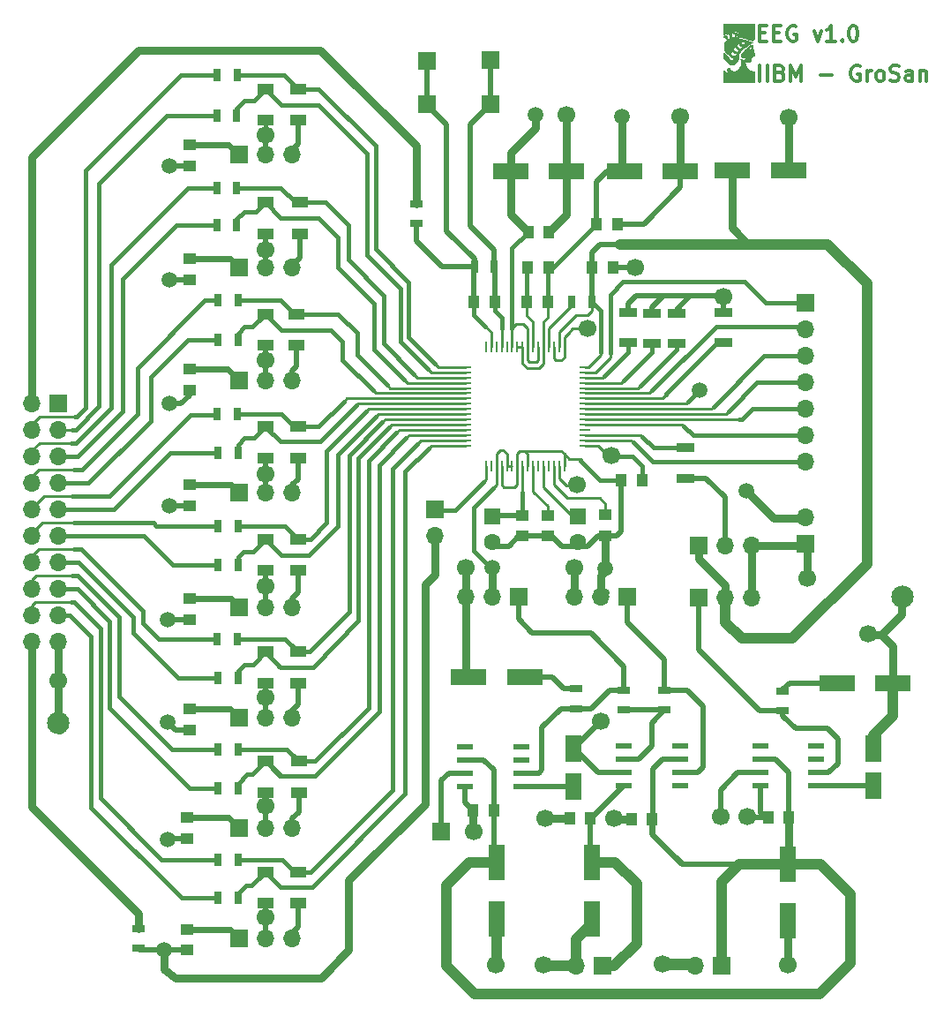
<source format=gbr>
G04 #@! TF.FileFunction,Copper,L1,Top,Signal*
%FSLAX46Y46*%
G04 Gerber Fmt 4.6, Leading zero omitted, Abs format (unit mm)*
G04 Created by KiCad (PCBNEW 4.0.6) date 07/14/17 02:25:24*
%MOMM*%
%LPD*%
G01*
G04 APERTURE LIST*
%ADD10C,0.100000*%
%ADD11C,0.300000*%
%ADD12C,0.010000*%
%ADD13R,3.500000X1.600000*%
%ADD14R,1.000000X0.250000*%
%ADD15R,0.250000X1.000000*%
%ADD16R,1.700000X1.700000*%
%ADD17O,1.700000X1.700000*%
%ADD18R,1.000000X1.250000*%
%ADD19R,1.550000X0.600000*%
%ADD20R,1.250000X1.000000*%
%ADD21R,0.700000X1.300000*%
%ADD22R,1.300000X0.700000*%
%ADD23R,1.600000X3.500000*%
%ADD24R,1.600000X2.600000*%
%ADD25R,1.600000X1.000000*%
%ADD26R,1.700000X0.900000*%
%ADD27R,1.600000X1.600000*%
%ADD28C,1.600000*%
%ADD29C,2.143000*%
%ADD30C,1.700000*%
%ADD31C,1.500000*%
%ADD32C,0.381000*%
%ADD33C,0.508000*%
%ADD34C,0.200000*%
%ADD35C,1.016000*%
%ADD36C,0.762000*%
%ADD37C,0.254000*%
%ADD38C,0.248920*%
%ADD39C,0.250000*%
%ADD40C,0.304000*%
%ADD41C,0.609600*%
%ADD42C,0.304800*%
G04 APERTURE END LIST*
D10*
D11*
X188278572Y-31666571D02*
X188278572Y-30166571D01*
X188992858Y-31666571D02*
X188992858Y-30166571D01*
X190207144Y-30880857D02*
X190421430Y-30952286D01*
X190492858Y-31023714D01*
X190564287Y-31166571D01*
X190564287Y-31380857D01*
X190492858Y-31523714D01*
X190421430Y-31595143D01*
X190278572Y-31666571D01*
X189707144Y-31666571D01*
X189707144Y-30166571D01*
X190207144Y-30166571D01*
X190350001Y-30238000D01*
X190421430Y-30309429D01*
X190492858Y-30452286D01*
X190492858Y-30595143D01*
X190421430Y-30738000D01*
X190350001Y-30809429D01*
X190207144Y-30880857D01*
X189707144Y-30880857D01*
X191207144Y-31666571D02*
X191207144Y-30166571D01*
X191707144Y-31238000D01*
X192207144Y-30166571D01*
X192207144Y-31666571D01*
X194064287Y-31095143D02*
X195207144Y-31095143D01*
X197850001Y-30238000D02*
X197707144Y-30166571D01*
X197492858Y-30166571D01*
X197278573Y-30238000D01*
X197135715Y-30380857D01*
X197064287Y-30523714D01*
X196992858Y-30809429D01*
X196992858Y-31023714D01*
X197064287Y-31309429D01*
X197135715Y-31452286D01*
X197278573Y-31595143D01*
X197492858Y-31666571D01*
X197635715Y-31666571D01*
X197850001Y-31595143D01*
X197921430Y-31523714D01*
X197921430Y-31023714D01*
X197635715Y-31023714D01*
X198564287Y-31666571D02*
X198564287Y-30666571D01*
X198564287Y-30952286D02*
X198635715Y-30809429D01*
X198707144Y-30738000D01*
X198850001Y-30666571D01*
X198992858Y-30666571D01*
X199707144Y-31666571D02*
X199564286Y-31595143D01*
X199492858Y-31523714D01*
X199421429Y-31380857D01*
X199421429Y-30952286D01*
X199492858Y-30809429D01*
X199564286Y-30738000D01*
X199707144Y-30666571D01*
X199921429Y-30666571D01*
X200064286Y-30738000D01*
X200135715Y-30809429D01*
X200207144Y-30952286D01*
X200207144Y-31380857D01*
X200135715Y-31523714D01*
X200064286Y-31595143D01*
X199921429Y-31666571D01*
X199707144Y-31666571D01*
X200778572Y-31595143D02*
X200992858Y-31666571D01*
X201350001Y-31666571D01*
X201492858Y-31595143D01*
X201564287Y-31523714D01*
X201635715Y-31380857D01*
X201635715Y-31238000D01*
X201564287Y-31095143D01*
X201492858Y-31023714D01*
X201350001Y-30952286D01*
X201064287Y-30880857D01*
X200921429Y-30809429D01*
X200850001Y-30738000D01*
X200778572Y-30595143D01*
X200778572Y-30452286D01*
X200850001Y-30309429D01*
X200921429Y-30238000D01*
X201064287Y-30166571D01*
X201421429Y-30166571D01*
X201635715Y-30238000D01*
X202921429Y-31666571D02*
X202921429Y-30880857D01*
X202850000Y-30738000D01*
X202707143Y-30666571D01*
X202421429Y-30666571D01*
X202278572Y-30738000D01*
X202921429Y-31595143D02*
X202778572Y-31666571D01*
X202421429Y-31666571D01*
X202278572Y-31595143D01*
X202207143Y-31452286D01*
X202207143Y-31309429D01*
X202278572Y-31166571D01*
X202421429Y-31095143D01*
X202778572Y-31095143D01*
X202921429Y-31023714D01*
X203635715Y-30666571D02*
X203635715Y-31666571D01*
X203635715Y-30809429D02*
X203707143Y-30738000D01*
X203850001Y-30666571D01*
X204064286Y-30666571D01*
X204207143Y-30738000D01*
X204278572Y-30880857D01*
X204278572Y-31666571D01*
X188234429Y-27070857D02*
X188734429Y-27070857D01*
X188948715Y-27856571D02*
X188234429Y-27856571D01*
X188234429Y-26356571D01*
X188948715Y-26356571D01*
X189591572Y-27070857D02*
X190091572Y-27070857D01*
X190305858Y-27856571D02*
X189591572Y-27856571D01*
X189591572Y-26356571D01*
X190305858Y-26356571D01*
X191734429Y-26428000D02*
X191591572Y-26356571D01*
X191377286Y-26356571D01*
X191163001Y-26428000D01*
X191020143Y-26570857D01*
X190948715Y-26713714D01*
X190877286Y-26999429D01*
X190877286Y-27213714D01*
X190948715Y-27499429D01*
X191020143Y-27642286D01*
X191163001Y-27785143D01*
X191377286Y-27856571D01*
X191520143Y-27856571D01*
X191734429Y-27785143D01*
X191805858Y-27713714D01*
X191805858Y-27213714D01*
X191520143Y-27213714D01*
X193448715Y-26856571D02*
X193805858Y-27856571D01*
X194163000Y-26856571D01*
X195520143Y-27856571D02*
X194663000Y-27856571D01*
X195091572Y-27856571D02*
X195091572Y-26356571D01*
X194948715Y-26570857D01*
X194805857Y-26713714D01*
X194663000Y-26785143D01*
X196163000Y-27713714D02*
X196234428Y-27785143D01*
X196163000Y-27856571D01*
X196091571Y-27785143D01*
X196163000Y-27713714D01*
X196163000Y-27856571D01*
X197163000Y-26356571D02*
X197305857Y-26356571D01*
X197448714Y-26428000D01*
X197520143Y-26499429D01*
X197591572Y-26642286D01*
X197663000Y-26928000D01*
X197663000Y-27285143D01*
X197591572Y-27570857D01*
X197520143Y-27713714D01*
X197448714Y-27785143D01*
X197305857Y-27856571D01*
X197163000Y-27856571D01*
X197020143Y-27785143D01*
X196948714Y-27713714D01*
X196877286Y-27570857D01*
X196805857Y-27285143D01*
X196805857Y-26928000D01*
X196877286Y-26642286D01*
X196948714Y-26499429D01*
X197020143Y-26428000D01*
X197163000Y-26356571D01*
D12*
G36*
X187569169Y-28487718D02*
X187581225Y-28506594D01*
X187597265Y-28551893D01*
X187615125Y-28616659D01*
X187631364Y-28687738D01*
X187653188Y-28785990D01*
X187679009Y-28892319D01*
X187704824Y-28990587D01*
X187717943Y-29036616D01*
X187741184Y-29121784D01*
X187750153Y-29180094D01*
X187743088Y-29216476D01*
X187718227Y-29235864D01*
X187673809Y-29243188D01*
X187643907Y-29243867D01*
X187577223Y-29251038D01*
X187539175Y-29274881D01*
X187524973Y-29318892D01*
X187524571Y-29330960D01*
X187512859Y-29374155D01*
X187491165Y-29399540D01*
X187456085Y-29431233D01*
X187431981Y-29476320D01*
X187415572Y-29542595D01*
X187407853Y-29597505D01*
X187388866Y-29693569D01*
X187355078Y-29762112D01*
X187302406Y-29806023D01*
X187226767Y-29828193D01*
X187124077Y-29831513D01*
X187081153Y-29828770D01*
X186980250Y-29820390D01*
X186910138Y-29815308D01*
X186865397Y-29814613D01*
X186840611Y-29819394D01*
X186830361Y-29830741D01*
X186829228Y-29849741D01*
X186831795Y-29877485D01*
X186831904Y-29878867D01*
X186846974Y-29972188D01*
X186876844Y-30081291D01*
X186917244Y-30193150D01*
X186963901Y-30294736D01*
X186974884Y-30314951D01*
X187059253Y-30432545D01*
X187171724Y-30541397D01*
X187304286Y-30636067D01*
X187448927Y-30711117D01*
X187597637Y-30761108D01*
X187647036Y-30771315D01*
X187760428Y-30790778D01*
X187760428Y-31733067D01*
X184785000Y-31733067D01*
X184785068Y-31170034D01*
X184785133Y-31017415D01*
X184785423Y-30895583D01*
X184786141Y-30801461D01*
X184787492Y-30731968D01*
X184789678Y-30684025D01*
X184792904Y-30654555D01*
X184797373Y-30640476D01*
X184803288Y-30638711D01*
X184810854Y-30646181D01*
X184818940Y-30657800D01*
X184885037Y-30734917D01*
X184962417Y-30788758D01*
X184990288Y-30800606D01*
X185040805Y-30812270D01*
X185100656Y-30817709D01*
X185157446Y-30816854D01*
X185198785Y-30809637D01*
X185211291Y-30801833D01*
X185208031Y-30779368D01*
X185186747Y-30742501D01*
X185173834Y-30725525D01*
X185128109Y-30644698D01*
X185116954Y-30559489D01*
X185140773Y-30474993D01*
X185152227Y-30454600D01*
X185191515Y-30404685D01*
X185230389Y-30385595D01*
X185272044Y-30397740D01*
X185319675Y-30441531D01*
X185350129Y-30480000D01*
X185450107Y-30593522D01*
X185557402Y-30674086D01*
X185670473Y-30721577D01*
X185787780Y-30735879D01*
X185907779Y-30716877D01*
X186028930Y-30664454D01*
X186149691Y-30578495D01*
X186188971Y-30542962D01*
X186309517Y-30405246D01*
X186400565Y-30251706D01*
X186443341Y-30142493D01*
X186461907Y-30054773D01*
X186470586Y-29949948D01*
X186469322Y-29841603D01*
X186458055Y-29743327D01*
X186445268Y-29691058D01*
X186429913Y-29643173D01*
X186420033Y-29611125D01*
X186418053Y-29603700D01*
X186432451Y-29598218D01*
X186467579Y-29601508D01*
X186509866Y-29611305D01*
X186544857Y-29624867D01*
X186616705Y-29646908D01*
X186694026Y-29645169D01*
X186761553Y-29620334D01*
X186769702Y-29614800D01*
X186809348Y-29575841D01*
X186847785Y-29522640D01*
X186877139Y-29467837D01*
X186889538Y-29424072D01*
X186889571Y-29422341D01*
X186876671Y-29400775D01*
X186849260Y-29398006D01*
X186824827Y-29415079D01*
X186798729Y-29425553D01*
X186743071Y-29428363D01*
X186706508Y-29426744D01*
X186621173Y-29413896D01*
X186560383Y-29384624D01*
X186513974Y-29332384D01*
X186488265Y-29286200D01*
X186458786Y-29192233D01*
X186464807Y-29103907D01*
X186505829Y-29022600D01*
X186581357Y-28949688D01*
X186618932Y-28924511D01*
X186693022Y-28866126D01*
X186747934Y-28796605D01*
X186777413Y-28724840D01*
X186780714Y-28694598D01*
X186797310Y-28649192D01*
X186823517Y-28625805D01*
X186869472Y-28606550D01*
X186939749Y-28586926D01*
X187022511Y-28569382D01*
X187105919Y-28556368D01*
X187178136Y-28550335D01*
X187188928Y-28550179D01*
X187261500Y-28550171D01*
X187198000Y-28587985D01*
X187134500Y-28625800D01*
X187188316Y-28631512D01*
X187239524Y-28648186D01*
X187282699Y-28678078D01*
X187316206Y-28706320D01*
X187341929Y-28718893D01*
X187342846Y-28718934D01*
X187355678Y-28716371D01*
X187366041Y-28703947D01*
X187377307Y-28674558D01*
X187392851Y-28621102D01*
X187397744Y-28603353D01*
X187416927Y-28552568D01*
X187446099Y-28522395D01*
X187482401Y-28504933D01*
X187529758Y-28490486D01*
X187564775Y-28486768D01*
X187569169Y-28487718D01*
X187569169Y-28487718D01*
G37*
X187569169Y-28487718D02*
X187581225Y-28506594D01*
X187597265Y-28551893D01*
X187615125Y-28616659D01*
X187631364Y-28687738D01*
X187653188Y-28785990D01*
X187679009Y-28892319D01*
X187704824Y-28990587D01*
X187717943Y-29036616D01*
X187741184Y-29121784D01*
X187750153Y-29180094D01*
X187743088Y-29216476D01*
X187718227Y-29235864D01*
X187673809Y-29243188D01*
X187643907Y-29243867D01*
X187577223Y-29251038D01*
X187539175Y-29274881D01*
X187524973Y-29318892D01*
X187524571Y-29330960D01*
X187512859Y-29374155D01*
X187491165Y-29399540D01*
X187456085Y-29431233D01*
X187431981Y-29476320D01*
X187415572Y-29542595D01*
X187407853Y-29597505D01*
X187388866Y-29693569D01*
X187355078Y-29762112D01*
X187302406Y-29806023D01*
X187226767Y-29828193D01*
X187124077Y-29831513D01*
X187081153Y-29828770D01*
X186980250Y-29820390D01*
X186910138Y-29815308D01*
X186865397Y-29814613D01*
X186840611Y-29819394D01*
X186830361Y-29830741D01*
X186829228Y-29849741D01*
X186831795Y-29877485D01*
X186831904Y-29878867D01*
X186846974Y-29972188D01*
X186876844Y-30081291D01*
X186917244Y-30193150D01*
X186963901Y-30294736D01*
X186974884Y-30314951D01*
X187059253Y-30432545D01*
X187171724Y-30541397D01*
X187304286Y-30636067D01*
X187448927Y-30711117D01*
X187597637Y-30761108D01*
X187647036Y-30771315D01*
X187760428Y-30790778D01*
X187760428Y-31733067D01*
X184785000Y-31733067D01*
X184785068Y-31170034D01*
X184785133Y-31017415D01*
X184785423Y-30895583D01*
X184786141Y-30801461D01*
X184787492Y-30731968D01*
X184789678Y-30684025D01*
X184792904Y-30654555D01*
X184797373Y-30640476D01*
X184803288Y-30638711D01*
X184810854Y-30646181D01*
X184818940Y-30657800D01*
X184885037Y-30734917D01*
X184962417Y-30788758D01*
X184990288Y-30800606D01*
X185040805Y-30812270D01*
X185100656Y-30817709D01*
X185157446Y-30816854D01*
X185198785Y-30809637D01*
X185211291Y-30801833D01*
X185208031Y-30779368D01*
X185186747Y-30742501D01*
X185173834Y-30725525D01*
X185128109Y-30644698D01*
X185116954Y-30559489D01*
X185140773Y-30474993D01*
X185152227Y-30454600D01*
X185191515Y-30404685D01*
X185230389Y-30385595D01*
X185272044Y-30397740D01*
X185319675Y-30441531D01*
X185350129Y-30480000D01*
X185450107Y-30593522D01*
X185557402Y-30674086D01*
X185670473Y-30721577D01*
X185787780Y-30735879D01*
X185907779Y-30716877D01*
X186028930Y-30664454D01*
X186149691Y-30578495D01*
X186188971Y-30542962D01*
X186309517Y-30405246D01*
X186400565Y-30251706D01*
X186443341Y-30142493D01*
X186461907Y-30054773D01*
X186470586Y-29949948D01*
X186469322Y-29841603D01*
X186458055Y-29743327D01*
X186445268Y-29691058D01*
X186429913Y-29643173D01*
X186420033Y-29611125D01*
X186418053Y-29603700D01*
X186432451Y-29598218D01*
X186467579Y-29601508D01*
X186509866Y-29611305D01*
X186544857Y-29624867D01*
X186616705Y-29646908D01*
X186694026Y-29645169D01*
X186761553Y-29620334D01*
X186769702Y-29614800D01*
X186809348Y-29575841D01*
X186847785Y-29522640D01*
X186877139Y-29467837D01*
X186889538Y-29424072D01*
X186889571Y-29422341D01*
X186876671Y-29400775D01*
X186849260Y-29398006D01*
X186824827Y-29415079D01*
X186798729Y-29425553D01*
X186743071Y-29428363D01*
X186706508Y-29426744D01*
X186621173Y-29413896D01*
X186560383Y-29384624D01*
X186513974Y-29332384D01*
X186488265Y-29286200D01*
X186458786Y-29192233D01*
X186464807Y-29103907D01*
X186505829Y-29022600D01*
X186581357Y-28949688D01*
X186618932Y-28924511D01*
X186693022Y-28866126D01*
X186747934Y-28796605D01*
X186777413Y-28724840D01*
X186780714Y-28694598D01*
X186797310Y-28649192D01*
X186823517Y-28625805D01*
X186869472Y-28606550D01*
X186939749Y-28586926D01*
X187022511Y-28569382D01*
X187105919Y-28556368D01*
X187178136Y-28550335D01*
X187188928Y-28550179D01*
X187261500Y-28550171D01*
X187198000Y-28587985D01*
X187134500Y-28625800D01*
X187188316Y-28631512D01*
X187239524Y-28648186D01*
X187282699Y-28678078D01*
X187316206Y-28706320D01*
X187341929Y-28718893D01*
X187342846Y-28718934D01*
X187355678Y-28716371D01*
X187366041Y-28703947D01*
X187377307Y-28674558D01*
X187392851Y-28621102D01*
X187397744Y-28603353D01*
X187416927Y-28552568D01*
X187446099Y-28522395D01*
X187482401Y-28504933D01*
X187529758Y-28490486D01*
X187564775Y-28486768D01*
X187569169Y-28487718D01*
G36*
X187760428Y-27613632D02*
X187668206Y-27694145D01*
X187618772Y-27736209D01*
X187583959Y-27759393D01*
X187552007Y-27768067D01*
X187511153Y-27766602D01*
X187482242Y-27763254D01*
X187406188Y-27749194D01*
X187304875Y-27723395D01*
X187186030Y-27688227D01*
X187057382Y-27646058D01*
X186926659Y-27599257D01*
X186846409Y-27568339D01*
X186671998Y-27505097D01*
X186524350Y-27464620D01*
X186403340Y-27446935D01*
X186308841Y-27452066D01*
X186240727Y-27480040D01*
X186198872Y-27530882D01*
X186183151Y-27604618D01*
X186193350Y-27700866D01*
X186204700Y-27753832D01*
X186275045Y-27694516D01*
X186310599Y-27667218D01*
X186346660Y-27647359D01*
X186387077Y-27635455D01*
X186435699Y-27632020D01*
X186496375Y-27637567D01*
X186572954Y-27652610D01*
X186669284Y-27677664D01*
X186789214Y-27713242D01*
X186936594Y-27759860D01*
X187057001Y-27798959D01*
X187184092Y-27840630D01*
X187299112Y-27878635D01*
X187397872Y-27911567D01*
X187476186Y-27938017D01*
X187529864Y-27956580D01*
X187554721Y-27965848D01*
X187555930Y-27966606D01*
X187540394Y-27976416D01*
X187498131Y-28002795D01*
X187432637Y-28043568D01*
X187347407Y-28096562D01*
X187245937Y-28159603D01*
X187131722Y-28230518D01*
X187034714Y-28290719D01*
X186909627Y-28369075D01*
X186791994Y-28444180D01*
X186685843Y-28513353D01*
X186595203Y-28573915D01*
X186524102Y-28623185D01*
X186476568Y-28658483D01*
X186459573Y-28673338D01*
X186420633Y-28725939D01*
X186393845Y-28782522D01*
X186389501Y-28799005D01*
X186362655Y-28880770D01*
X186316356Y-28936516D01*
X186278096Y-28959159D01*
X186243837Y-28978525D01*
X186230765Y-28994104D01*
X186230785Y-28994226D01*
X186233306Y-29015985D01*
X186237919Y-29062749D01*
X186243772Y-29125769D01*
X186245882Y-29149218D01*
X186245659Y-29330851D01*
X186212875Y-29503799D01*
X186148838Y-29664531D01*
X186054857Y-29809514D01*
X185965894Y-29905431D01*
X185837130Y-30009666D01*
X185711143Y-30080144D01*
X185587901Y-30116874D01*
X185467377Y-30119864D01*
X185349541Y-30089122D01*
X185338357Y-30084391D01*
X185245293Y-30029127D01*
X185154177Y-29948674D01*
X185073162Y-29851209D01*
X185020737Y-29765782D01*
X184976062Y-29693707D01*
X184918643Y-29619295D01*
X184876445Y-29574067D01*
X184787682Y-29489400D01*
X184778862Y-29265411D01*
X184774900Y-29156795D01*
X184773784Y-29078694D01*
X184776904Y-29027786D01*
X184785652Y-29000746D01*
X184801419Y-28994251D01*
X184825594Y-29004978D01*
X184859570Y-29029603D01*
X184873120Y-29040174D01*
X184930865Y-29085082D01*
X185001561Y-29139599D01*
X185069988Y-29191986D01*
X185070532Y-29192400D01*
X185146441Y-29254970D01*
X185196753Y-29310304D01*
X185227735Y-29367374D01*
X185245651Y-29435151D01*
X185247422Y-29445685D01*
X185259280Y-29498486D01*
X185274541Y-29540603D01*
X185279101Y-29548717D01*
X185329591Y-29595297D01*
X185402183Y-29627225D01*
X185485130Y-29642053D01*
X185566687Y-29637335D01*
X185619571Y-29619651D01*
X185678202Y-29575671D01*
X185727309Y-29513550D01*
X185758208Y-29446054D01*
X185764416Y-29406740D01*
X185764714Y-29357946D01*
X185628643Y-29366097D01*
X185559020Y-29369463D01*
X185518102Y-29368402D01*
X185498472Y-29361703D01*
X185492713Y-29348159D01*
X185492571Y-29343923D01*
X185483575Y-29312573D01*
X185474428Y-29303133D01*
X185458828Y-29279091D01*
X185456286Y-29262033D01*
X185439358Y-29234708D01*
X185389572Y-29197660D01*
X185334287Y-29165665D01*
X185181307Y-29065911D01*
X185140718Y-29028195D01*
X185481125Y-29028195D01*
X185508674Y-29112933D01*
X185563072Y-29184732D01*
X185636495Y-29227893D01*
X185728149Y-29242144D01*
X185837240Y-29227215D01*
X185841273Y-29226184D01*
X185901164Y-29201460D01*
X185959326Y-29162501D01*
X186006561Y-29117266D01*
X186033672Y-29073715D01*
X186036857Y-29056934D01*
X186021471Y-29005864D01*
X185979839Y-28971380D01*
X185918753Y-28956063D01*
X185845003Y-28962489D01*
X185812945Y-28971914D01*
X185778771Y-28979324D01*
X185762530Y-28964121D01*
X185757730Y-28949265D01*
X185728731Y-28888364D01*
X185683830Y-28844923D01*
X185630753Y-28821754D01*
X185577224Y-28821668D01*
X185530967Y-28847478D01*
X185518570Y-28862222D01*
X185484073Y-28940873D01*
X185481125Y-29028195D01*
X185140718Y-29028195D01*
X185053958Y-28947579D01*
X184952826Y-28814389D01*
X184878498Y-28670062D01*
X184869436Y-28640764D01*
X185727747Y-28640764D01*
X185740033Y-28710615D01*
X185767711Y-28760977D01*
X185833483Y-28813393D01*
X185919394Y-28845156D01*
X186015347Y-28854336D01*
X186111245Y-28839002D01*
X186134179Y-28831052D01*
X186180599Y-28805121D01*
X186225958Y-28767778D01*
X186260053Y-28728756D01*
X186272714Y-28698947D01*
X186260980Y-28677593D01*
X186232316Y-28645889D01*
X186228182Y-28641964D01*
X186184080Y-28612343D01*
X186127770Y-28601047D01*
X186103336Y-28600400D01*
X186054028Y-28598864D01*
X186027734Y-28588370D01*
X186012733Y-28560088D01*
X186002538Y-28524476D01*
X185972579Y-28456980D01*
X185928371Y-28414780D01*
X185874454Y-28401204D01*
X185842456Y-28407093D01*
X185793121Y-28440089D01*
X185756251Y-28496220D01*
X185733806Y-28566205D01*
X185727747Y-28640764D01*
X184869436Y-28640764D01*
X184831558Y-28518318D01*
X184812593Y-28362878D01*
X184816887Y-28293321D01*
X186036857Y-28293321D01*
X186049777Y-28362317D01*
X186083248Y-28427532D01*
X186117132Y-28463874D01*
X186196038Y-28504753D01*
X186290924Y-28523233D01*
X186390085Y-28518810D01*
X186481814Y-28490976D01*
X186501885Y-28480491D01*
X186555244Y-28436296D01*
X186576109Y-28388781D01*
X186566952Y-28343670D01*
X186530247Y-28306689D01*
X186468467Y-28283561D01*
X186414695Y-28278667D01*
X186362200Y-28277467D01*
X186336461Y-28270123D01*
X186327951Y-28251015D01*
X186327143Y-28227026D01*
X186315519Y-28157286D01*
X186284404Y-28103893D01*
X186239433Y-28071714D01*
X186186239Y-28065615D01*
X186152805Y-28076456D01*
X186112297Y-28111160D01*
X186075019Y-28167091D01*
X186047648Y-28231760D01*
X186036859Y-28292681D01*
X186036857Y-28293321D01*
X184816887Y-28293321D01*
X184822188Y-28207462D01*
X184860929Y-28055790D01*
X184865270Y-28046647D01*
X186436245Y-28046647D01*
X186440346Y-28110028D01*
X186447012Y-28133349D01*
X186472621Y-28152157D01*
X186522834Y-28159000D01*
X186588229Y-28153663D01*
X186653086Y-28138011D01*
X186722859Y-28098645D01*
X186772152Y-28035232D01*
X186796809Y-27953969D01*
X186798857Y-27920563D01*
X186798857Y-27838400D01*
X186679736Y-27838400D01*
X186593824Y-27841873D01*
X186535049Y-27854528D01*
X186494802Y-27879721D01*
X186464475Y-27920808D01*
X186463402Y-27922728D01*
X186444391Y-27978306D01*
X186436245Y-28046647D01*
X184865270Y-28046647D01*
X184929402Y-27911584D01*
X185028192Y-27778563D01*
X185104166Y-27704000D01*
X185241002Y-27602654D01*
X185386458Y-27531638D01*
X185544873Y-27489581D01*
X185720584Y-27475113D01*
X185819143Y-27477969D01*
X185884159Y-27480867D01*
X185927100Y-27476911D01*
X185962054Y-27462056D01*
X186003107Y-27432260D01*
X186017014Y-27421168D01*
X186108590Y-27333835D01*
X186169736Y-27244219D01*
X186198191Y-27155939D01*
X186200023Y-27128118D01*
X186184099Y-27039147D01*
X186139137Y-26968019D01*
X186068900Y-26918099D01*
X185977153Y-26892753D01*
X185933928Y-26890245D01*
X185845236Y-26902318D01*
X185775273Y-26940635D01*
X185719768Y-27007992D01*
X185701224Y-27042514D01*
X185667482Y-27112351D01*
X185648062Y-27056862D01*
X185618139Y-27008218D01*
X185570367Y-26964554D01*
X185565143Y-26961114D01*
X185488914Y-26931468D01*
X185405329Y-26928851D01*
X185322073Y-26949622D01*
X185246832Y-26990143D01*
X185187291Y-27046771D01*
X185151136Y-27115867D01*
X185143895Y-27160645D01*
X185142089Y-27196530D01*
X185139903Y-27211859D01*
X185139861Y-27211867D01*
X185123839Y-27204954D01*
X185086312Y-27187516D01*
X185066214Y-27178000D01*
X184990394Y-27153165D01*
X184910233Y-27144767D01*
X184840332Y-27153775D01*
X184820093Y-27161663D01*
X184809901Y-27165752D01*
X184801901Y-27164308D01*
X184795828Y-27153810D01*
X184791416Y-27130738D01*
X184788402Y-27091571D01*
X184786518Y-27032790D01*
X184785500Y-26950874D01*
X184785082Y-26842303D01*
X184785000Y-26703556D01*
X184785000Y-26212800D01*
X187760428Y-26212800D01*
X187760428Y-27613632D01*
X187760428Y-27613632D01*
G37*
X187760428Y-27613632D02*
X187668206Y-27694145D01*
X187618772Y-27736209D01*
X187583959Y-27759393D01*
X187552007Y-27768067D01*
X187511153Y-27766602D01*
X187482242Y-27763254D01*
X187406188Y-27749194D01*
X187304875Y-27723395D01*
X187186030Y-27688227D01*
X187057382Y-27646058D01*
X186926659Y-27599257D01*
X186846409Y-27568339D01*
X186671998Y-27505097D01*
X186524350Y-27464620D01*
X186403340Y-27446935D01*
X186308841Y-27452066D01*
X186240727Y-27480040D01*
X186198872Y-27530882D01*
X186183151Y-27604618D01*
X186193350Y-27700866D01*
X186204700Y-27753832D01*
X186275045Y-27694516D01*
X186310599Y-27667218D01*
X186346660Y-27647359D01*
X186387077Y-27635455D01*
X186435699Y-27632020D01*
X186496375Y-27637567D01*
X186572954Y-27652610D01*
X186669284Y-27677664D01*
X186789214Y-27713242D01*
X186936594Y-27759860D01*
X187057001Y-27798959D01*
X187184092Y-27840630D01*
X187299112Y-27878635D01*
X187397872Y-27911567D01*
X187476186Y-27938017D01*
X187529864Y-27956580D01*
X187554721Y-27965848D01*
X187555930Y-27966606D01*
X187540394Y-27976416D01*
X187498131Y-28002795D01*
X187432637Y-28043568D01*
X187347407Y-28096562D01*
X187245937Y-28159603D01*
X187131722Y-28230518D01*
X187034714Y-28290719D01*
X186909627Y-28369075D01*
X186791994Y-28444180D01*
X186685843Y-28513353D01*
X186595203Y-28573915D01*
X186524102Y-28623185D01*
X186476568Y-28658483D01*
X186459573Y-28673338D01*
X186420633Y-28725939D01*
X186393845Y-28782522D01*
X186389501Y-28799005D01*
X186362655Y-28880770D01*
X186316356Y-28936516D01*
X186278096Y-28959159D01*
X186243837Y-28978525D01*
X186230765Y-28994104D01*
X186230785Y-28994226D01*
X186233306Y-29015985D01*
X186237919Y-29062749D01*
X186243772Y-29125769D01*
X186245882Y-29149218D01*
X186245659Y-29330851D01*
X186212875Y-29503799D01*
X186148838Y-29664531D01*
X186054857Y-29809514D01*
X185965894Y-29905431D01*
X185837130Y-30009666D01*
X185711143Y-30080144D01*
X185587901Y-30116874D01*
X185467377Y-30119864D01*
X185349541Y-30089122D01*
X185338357Y-30084391D01*
X185245293Y-30029127D01*
X185154177Y-29948674D01*
X185073162Y-29851209D01*
X185020737Y-29765782D01*
X184976062Y-29693707D01*
X184918643Y-29619295D01*
X184876445Y-29574067D01*
X184787682Y-29489400D01*
X184778862Y-29265411D01*
X184774900Y-29156795D01*
X184773784Y-29078694D01*
X184776904Y-29027786D01*
X184785652Y-29000746D01*
X184801419Y-28994251D01*
X184825594Y-29004978D01*
X184859570Y-29029603D01*
X184873120Y-29040174D01*
X184930865Y-29085082D01*
X185001561Y-29139599D01*
X185069988Y-29191986D01*
X185070532Y-29192400D01*
X185146441Y-29254970D01*
X185196753Y-29310304D01*
X185227735Y-29367374D01*
X185245651Y-29435151D01*
X185247422Y-29445685D01*
X185259280Y-29498486D01*
X185274541Y-29540603D01*
X185279101Y-29548717D01*
X185329591Y-29595297D01*
X185402183Y-29627225D01*
X185485130Y-29642053D01*
X185566687Y-29637335D01*
X185619571Y-29619651D01*
X185678202Y-29575671D01*
X185727309Y-29513550D01*
X185758208Y-29446054D01*
X185764416Y-29406740D01*
X185764714Y-29357946D01*
X185628643Y-29366097D01*
X185559020Y-29369463D01*
X185518102Y-29368402D01*
X185498472Y-29361703D01*
X185492713Y-29348159D01*
X185492571Y-29343923D01*
X185483575Y-29312573D01*
X185474428Y-29303133D01*
X185458828Y-29279091D01*
X185456286Y-29262033D01*
X185439358Y-29234708D01*
X185389572Y-29197660D01*
X185334287Y-29165665D01*
X185181307Y-29065911D01*
X185140718Y-29028195D01*
X185481125Y-29028195D01*
X185508674Y-29112933D01*
X185563072Y-29184732D01*
X185636495Y-29227893D01*
X185728149Y-29242144D01*
X185837240Y-29227215D01*
X185841273Y-29226184D01*
X185901164Y-29201460D01*
X185959326Y-29162501D01*
X186006561Y-29117266D01*
X186033672Y-29073715D01*
X186036857Y-29056934D01*
X186021471Y-29005864D01*
X185979839Y-28971380D01*
X185918753Y-28956063D01*
X185845003Y-28962489D01*
X185812945Y-28971914D01*
X185778771Y-28979324D01*
X185762530Y-28964121D01*
X185757730Y-28949265D01*
X185728731Y-28888364D01*
X185683830Y-28844923D01*
X185630753Y-28821754D01*
X185577224Y-28821668D01*
X185530967Y-28847478D01*
X185518570Y-28862222D01*
X185484073Y-28940873D01*
X185481125Y-29028195D01*
X185140718Y-29028195D01*
X185053958Y-28947579D01*
X184952826Y-28814389D01*
X184878498Y-28670062D01*
X184869436Y-28640764D01*
X185727747Y-28640764D01*
X185740033Y-28710615D01*
X185767711Y-28760977D01*
X185833483Y-28813393D01*
X185919394Y-28845156D01*
X186015347Y-28854336D01*
X186111245Y-28839002D01*
X186134179Y-28831052D01*
X186180599Y-28805121D01*
X186225958Y-28767778D01*
X186260053Y-28728756D01*
X186272714Y-28698947D01*
X186260980Y-28677593D01*
X186232316Y-28645889D01*
X186228182Y-28641964D01*
X186184080Y-28612343D01*
X186127770Y-28601047D01*
X186103336Y-28600400D01*
X186054028Y-28598864D01*
X186027734Y-28588370D01*
X186012733Y-28560088D01*
X186002538Y-28524476D01*
X185972579Y-28456980D01*
X185928371Y-28414780D01*
X185874454Y-28401204D01*
X185842456Y-28407093D01*
X185793121Y-28440089D01*
X185756251Y-28496220D01*
X185733806Y-28566205D01*
X185727747Y-28640764D01*
X184869436Y-28640764D01*
X184831558Y-28518318D01*
X184812593Y-28362878D01*
X184816887Y-28293321D01*
X186036857Y-28293321D01*
X186049777Y-28362317D01*
X186083248Y-28427532D01*
X186117132Y-28463874D01*
X186196038Y-28504753D01*
X186290924Y-28523233D01*
X186390085Y-28518810D01*
X186481814Y-28490976D01*
X186501885Y-28480491D01*
X186555244Y-28436296D01*
X186576109Y-28388781D01*
X186566952Y-28343670D01*
X186530247Y-28306689D01*
X186468467Y-28283561D01*
X186414695Y-28278667D01*
X186362200Y-28277467D01*
X186336461Y-28270123D01*
X186327951Y-28251015D01*
X186327143Y-28227026D01*
X186315519Y-28157286D01*
X186284404Y-28103893D01*
X186239433Y-28071714D01*
X186186239Y-28065615D01*
X186152805Y-28076456D01*
X186112297Y-28111160D01*
X186075019Y-28167091D01*
X186047648Y-28231760D01*
X186036859Y-28292681D01*
X186036857Y-28293321D01*
X184816887Y-28293321D01*
X184822188Y-28207462D01*
X184860929Y-28055790D01*
X184865270Y-28046647D01*
X186436245Y-28046647D01*
X186440346Y-28110028D01*
X186447012Y-28133349D01*
X186472621Y-28152157D01*
X186522834Y-28159000D01*
X186588229Y-28153663D01*
X186653086Y-28138011D01*
X186722859Y-28098645D01*
X186772152Y-28035232D01*
X186796809Y-27953969D01*
X186798857Y-27920563D01*
X186798857Y-27838400D01*
X186679736Y-27838400D01*
X186593824Y-27841873D01*
X186535049Y-27854528D01*
X186494802Y-27879721D01*
X186464475Y-27920808D01*
X186463402Y-27922728D01*
X186444391Y-27978306D01*
X186436245Y-28046647D01*
X184865270Y-28046647D01*
X184929402Y-27911584D01*
X185028192Y-27778563D01*
X185104166Y-27704000D01*
X185241002Y-27602654D01*
X185386458Y-27531638D01*
X185544873Y-27489581D01*
X185720584Y-27475113D01*
X185819143Y-27477969D01*
X185884159Y-27480867D01*
X185927100Y-27476911D01*
X185962054Y-27462056D01*
X186003107Y-27432260D01*
X186017014Y-27421168D01*
X186108590Y-27333835D01*
X186169736Y-27244219D01*
X186198191Y-27155939D01*
X186200023Y-27128118D01*
X186184099Y-27039147D01*
X186139137Y-26968019D01*
X186068900Y-26918099D01*
X185977153Y-26892753D01*
X185933928Y-26890245D01*
X185845236Y-26902318D01*
X185775273Y-26940635D01*
X185719768Y-27007992D01*
X185701224Y-27042514D01*
X185667482Y-27112351D01*
X185648062Y-27056862D01*
X185618139Y-27008218D01*
X185570367Y-26964554D01*
X185565143Y-26961114D01*
X185488914Y-26931468D01*
X185405329Y-26928851D01*
X185322073Y-26949622D01*
X185246832Y-26990143D01*
X185187291Y-27046771D01*
X185151136Y-27115867D01*
X185143895Y-27160645D01*
X185142089Y-27196530D01*
X185139903Y-27211859D01*
X185139861Y-27211867D01*
X185123839Y-27204954D01*
X185086312Y-27187516D01*
X185066214Y-27178000D01*
X184990394Y-27153165D01*
X184910233Y-27144767D01*
X184840332Y-27153775D01*
X184820093Y-27161663D01*
X184809901Y-27165752D01*
X184801901Y-27164308D01*
X184795828Y-27153810D01*
X184791416Y-27130738D01*
X184788402Y-27091571D01*
X184786518Y-27032790D01*
X184785500Y-26950874D01*
X184785082Y-26842303D01*
X184785000Y-26703556D01*
X184785000Y-26212800D01*
X187760428Y-26212800D01*
X187760428Y-27613632D01*
G36*
X187562560Y-28179532D02*
X187574686Y-28192551D01*
X187577389Y-28224564D01*
X187575412Y-28265967D01*
X187569928Y-28354867D01*
X187343143Y-28426686D01*
X187237394Y-28458672D01*
X187150604Y-28481922D01*
X187086122Y-28495782D01*
X187047296Y-28499599D01*
X187037476Y-28492720D01*
X187044693Y-28484901D01*
X187157062Y-28397572D01*
X187263380Y-28321190D01*
X187359445Y-28258381D01*
X187441053Y-28211770D01*
X187504003Y-28183983D01*
X187537404Y-28177067D01*
X187562560Y-28179532D01*
X187562560Y-28179532D01*
G37*
X187562560Y-28179532D02*
X187574686Y-28192551D01*
X187577389Y-28224564D01*
X187575412Y-28265967D01*
X187569928Y-28354867D01*
X187343143Y-28426686D01*
X187237394Y-28458672D01*
X187150604Y-28481922D01*
X187086122Y-28495782D01*
X187047296Y-28499599D01*
X187037476Y-28492720D01*
X187044693Y-28484901D01*
X187157062Y-28397572D01*
X187263380Y-28321190D01*
X187359445Y-28258381D01*
X187441053Y-28211770D01*
X187504003Y-28183983D01*
X187537404Y-28177067D01*
X187562560Y-28179532D01*
G36*
X185018887Y-27278616D02*
X185057427Y-27311990D01*
X185093414Y-27366056D01*
X185119841Y-27427894D01*
X185129714Y-27482966D01*
X185117918Y-27546424D01*
X185087880Y-27608595D01*
X185052816Y-27648458D01*
X185033707Y-27655363D01*
X185019097Y-27636515D01*
X185010798Y-27613358D01*
X184986747Y-27570034D01*
X184940216Y-27535998D01*
X184914950Y-27523739D01*
X184852267Y-27490896D01*
X184817786Y-27457960D01*
X184804429Y-27416929D01*
X184803421Y-27397668D01*
X184819111Y-27340458D01*
X184860459Y-27295899D01*
X184917671Y-27269400D01*
X184980960Y-27266370D01*
X185018887Y-27278616D01*
X185018887Y-27278616D01*
G37*
X185018887Y-27278616D02*
X185057427Y-27311990D01*
X185093414Y-27366056D01*
X185119841Y-27427894D01*
X185129714Y-27482966D01*
X185117918Y-27546424D01*
X185087880Y-27608595D01*
X185052816Y-27648458D01*
X185033707Y-27655363D01*
X185019097Y-27636515D01*
X185010798Y-27613358D01*
X184986747Y-27570034D01*
X184940216Y-27535998D01*
X184914950Y-27523739D01*
X184852267Y-27490896D01*
X184817786Y-27457960D01*
X184804429Y-27416929D01*
X184803421Y-27397668D01*
X184819111Y-27340458D01*
X184860459Y-27295899D01*
X184917671Y-27269400D01*
X184980960Y-27266370D01*
X185018887Y-27278616D01*
G36*
X185425263Y-27032068D02*
X185495864Y-27059736D01*
X185542529Y-27112130D01*
X185563880Y-27187450D01*
X185565143Y-27214803D01*
X185562195Y-27268481D01*
X185548689Y-27306607D01*
X185517626Y-27344226D01*
X185494706Y-27366259D01*
X185441452Y-27411668D01*
X185407864Y-27429534D01*
X185392781Y-27420045D01*
X185395040Y-27383390D01*
X185395255Y-27382374D01*
X185397426Y-27349600D01*
X185384219Y-27319547D01*
X185350163Y-27282131D01*
X185331302Y-27264511D01*
X185280058Y-27209518D01*
X185260501Y-27163341D01*
X185271967Y-27119454D01*
X185311870Y-27073117D01*
X185353273Y-27040002D01*
X185389346Y-27028873D01*
X185425263Y-27032068D01*
X185425263Y-27032068D01*
G37*
X185425263Y-27032068D02*
X185495864Y-27059736D01*
X185542529Y-27112130D01*
X185563880Y-27187450D01*
X185565143Y-27214803D01*
X185562195Y-27268481D01*
X185548689Y-27306607D01*
X185517626Y-27344226D01*
X185494706Y-27366259D01*
X185441452Y-27411668D01*
X185407864Y-27429534D01*
X185392781Y-27420045D01*
X185395040Y-27383390D01*
X185395255Y-27382374D01*
X185397426Y-27349600D01*
X185384219Y-27319547D01*
X185350163Y-27282131D01*
X185331302Y-27264511D01*
X185280058Y-27209518D01*
X185260501Y-27163341D01*
X185271967Y-27119454D01*
X185311870Y-27073117D01*
X185353273Y-27040002D01*
X185389346Y-27028873D01*
X185425263Y-27032068D01*
G36*
X186034028Y-27020932D02*
X186073429Y-27067461D01*
X186088339Y-27128846D01*
X186080313Y-27196362D01*
X186050904Y-27261285D01*
X186001667Y-27314889D01*
X185978985Y-27329966D01*
X185936112Y-27348898D01*
X185891005Y-27360948D01*
X185852474Y-27365270D01*
X185829325Y-27361016D01*
X185830367Y-27347338D01*
X185833657Y-27343947D01*
X185851163Y-27307245D01*
X185852728Y-27254272D01*
X185838810Y-27198968D01*
X185828214Y-27178000D01*
X185804016Y-27116680D01*
X185813865Y-27064051D01*
X185845405Y-27026435D01*
X185906104Y-26993452D01*
X185972571Y-26992860D01*
X186034028Y-27020932D01*
X186034028Y-27020932D01*
G37*
X186034028Y-27020932D02*
X186073429Y-27067461D01*
X186088339Y-27128846D01*
X186080313Y-27196362D01*
X186050904Y-27261285D01*
X186001667Y-27314889D01*
X185978985Y-27329966D01*
X185936112Y-27348898D01*
X185891005Y-27360948D01*
X185852474Y-27365270D01*
X185829325Y-27361016D01*
X185830367Y-27347338D01*
X185833657Y-27343947D01*
X185851163Y-27307245D01*
X185852728Y-27254272D01*
X185838810Y-27198968D01*
X185828214Y-27178000D01*
X185804016Y-27116680D01*
X185813865Y-27064051D01*
X185845405Y-27026435D01*
X185906104Y-26993452D01*
X185972571Y-26992860D01*
X186034028Y-27020932D01*
D13*
X175252400Y-40284400D03*
X180652400Y-40284400D03*
D14*
X160035000Y-59115000D03*
X160035000Y-59615000D03*
X160035000Y-60115000D03*
X160035000Y-60615000D03*
X160035000Y-61115000D03*
X160035000Y-61615000D03*
X160035000Y-62115000D03*
X160035000Y-62615000D03*
X160035000Y-63115000D03*
X160035000Y-63615000D03*
X160035000Y-64115000D03*
X160035000Y-64615000D03*
X160035000Y-65115000D03*
X160035000Y-65615000D03*
X160035000Y-66115000D03*
X160035000Y-66615000D03*
D15*
X161985000Y-68565000D03*
X162485000Y-68565000D03*
X162985000Y-68565000D03*
X163485000Y-68565000D03*
X163985000Y-68565000D03*
X164485000Y-68565000D03*
X164985000Y-68565000D03*
X165485000Y-68565000D03*
X165985000Y-68565000D03*
X166485000Y-68565000D03*
X166985000Y-68565000D03*
X167485000Y-68565000D03*
X167985000Y-68565000D03*
X168485000Y-68565000D03*
X168985000Y-68565000D03*
X169485000Y-68565000D03*
D14*
X171435000Y-66615000D03*
X171435000Y-66115000D03*
X171435000Y-65615000D03*
X171435000Y-65115000D03*
X171435000Y-64615000D03*
X171435000Y-64115000D03*
X171435000Y-63615000D03*
X171435000Y-63115000D03*
X171435000Y-62615000D03*
X171435000Y-62115000D03*
X171435000Y-61615000D03*
X171435000Y-61115000D03*
X171435000Y-60615000D03*
X171435000Y-60115000D03*
X171435000Y-59615000D03*
X171435000Y-59115000D03*
D15*
X169485000Y-57165000D03*
X168985000Y-57165000D03*
X168485000Y-57165000D03*
X167985000Y-57165000D03*
X167485000Y-57165000D03*
X166985000Y-57165000D03*
X166485000Y-57165000D03*
X165985000Y-57165000D03*
X165485000Y-57165000D03*
X164985000Y-57165000D03*
X164485000Y-57165000D03*
X163985000Y-57165000D03*
X163485000Y-57165000D03*
X162985000Y-57165000D03*
X162485000Y-57165000D03*
X161985000Y-57165000D03*
D16*
X175539400Y-81153000D03*
D17*
X172999400Y-81153000D03*
X170459400Y-81153000D03*
D18*
X172018200Y-102387400D03*
X170018200Y-102387400D03*
D19*
X159987000Y-95504000D03*
X159987000Y-96774000D03*
X159987000Y-98044000D03*
X159987000Y-99314000D03*
X165387000Y-99314000D03*
X165387000Y-98044000D03*
X165387000Y-96774000D03*
X165387000Y-95504000D03*
X175227000Y-95402400D03*
X175227000Y-96672400D03*
X175227000Y-97942400D03*
X175227000Y-99212400D03*
X180627000Y-99212400D03*
X180627000Y-97942400D03*
X180627000Y-96672400D03*
X180627000Y-95402400D03*
D16*
X138303000Y-38735000D03*
D17*
X140843000Y-38735000D03*
X143383000Y-38735000D03*
D16*
X138266840Y-60370000D03*
D17*
X140806840Y-60370000D03*
X143346840Y-60370000D03*
D20*
X173431200Y-73295000D03*
X173431200Y-75295000D03*
X167894000Y-73320400D03*
X167894000Y-75320400D03*
D18*
X165928800Y-52882800D03*
X167928800Y-52882800D03*
D20*
X165430200Y-73320400D03*
X165430200Y-75320400D03*
D18*
X162836100Y-52882800D03*
X160836100Y-52882800D03*
D20*
X133516840Y-83320000D03*
X133516840Y-81320000D03*
X133516840Y-70420000D03*
X133516840Y-72420000D03*
X133516840Y-93920000D03*
X133516840Y-91920000D03*
X133516840Y-59320000D03*
X133516840Y-61320000D03*
X133316840Y-104320000D03*
X133316840Y-102320000D03*
X133516840Y-48720000D03*
X133516840Y-50720000D03*
X133316840Y-115020000D03*
X133316840Y-113020000D03*
X133516840Y-37820000D03*
X133516840Y-39820000D03*
D18*
X172570900Y-45415200D03*
X174570900Y-45415200D03*
D16*
X182397400Y-81178400D03*
D17*
X184937400Y-81178400D03*
X187477400Y-81178400D03*
D16*
X165100000Y-81127600D03*
D17*
X162560000Y-81127600D03*
X160020000Y-81127600D03*
D16*
X138316840Y-82120000D03*
D17*
X140856840Y-82120000D03*
X143396840Y-82120000D03*
D16*
X138266840Y-92755000D03*
D17*
X140806840Y-92755000D03*
X143346840Y-92755000D03*
D16*
X138266840Y-49575000D03*
D17*
X140806840Y-49575000D03*
X143346840Y-49575000D03*
D16*
X138266840Y-103315000D03*
D17*
X140806840Y-103315000D03*
X143346840Y-103315000D03*
D16*
X138266840Y-71165000D03*
D17*
X140806840Y-71165000D03*
X143346840Y-71165000D03*
D16*
X138266840Y-113875000D03*
D17*
X140806840Y-113875000D03*
X143346840Y-113875000D03*
D16*
X156337000Y-29718000D03*
X156337000Y-33909000D03*
X162394900Y-33921700D03*
X162394900Y-29654500D03*
X192659000Y-76073000D03*
D17*
X192659000Y-73533000D03*
D16*
X182372000Y-76200000D03*
D17*
X184912000Y-76200000D03*
X187452000Y-76200000D03*
D21*
X138173500Y-74358500D03*
X136273500Y-74358500D03*
X138166840Y-78120000D03*
X136266840Y-78120000D03*
D22*
X128600200Y-114843600D03*
X128600200Y-112943600D03*
D21*
X138110000Y-31115000D03*
X136210000Y-31115000D03*
X138066840Y-35020000D03*
X136166840Y-35020000D03*
X138110000Y-85217000D03*
X136210000Y-85217000D03*
X138166840Y-88920000D03*
X136266840Y-88920000D03*
X138066840Y-41920000D03*
X136166840Y-41920000D03*
X138066840Y-45520000D03*
X136166840Y-45520000D03*
X138173500Y-95758000D03*
X136273500Y-95758000D03*
X138166840Y-99520000D03*
X136266840Y-99520000D03*
X138166840Y-52720000D03*
X136266840Y-52720000D03*
X138166840Y-56520000D03*
X136266840Y-56520000D03*
X138173500Y-106362500D03*
X136273500Y-106362500D03*
X138166840Y-110020000D03*
X136266840Y-110020000D03*
X138110000Y-63627000D03*
X136210000Y-63627000D03*
X138166840Y-67320000D03*
X136266840Y-67320000D03*
D22*
X155282900Y-45349200D03*
X155282900Y-43449200D03*
D21*
X162786100Y-49453800D03*
X160886100Y-49453800D03*
X172146000Y-52882800D03*
X170246000Y-52882800D03*
D22*
X175233800Y-90095000D03*
X175233800Y-91995000D03*
X179133800Y-90095000D03*
X179133800Y-91995000D03*
D16*
X184632600Y-116509800D03*
D17*
X182092600Y-116509800D03*
D16*
X173126400Y-116509800D03*
D17*
X170586400Y-116509800D03*
D23*
X162966400Y-106596200D03*
X162966400Y-111996200D03*
X190982600Y-106799400D03*
X190982600Y-112199400D03*
D24*
X170357800Y-99310600D03*
X170357800Y-95710600D03*
X199161400Y-99259800D03*
X199161400Y-95659800D03*
D13*
X165691800Y-88874600D03*
X160291800Y-88874600D03*
D18*
X177936400Y-102438200D03*
X175936400Y-102438200D03*
D13*
X195648600Y-89433400D03*
X201048600Y-89433400D03*
D18*
X166030400Y-46177200D03*
X168030400Y-46177200D03*
X172151800Y-49542700D03*
X174151800Y-49542700D03*
D25*
X143916840Y-78620000D03*
X143916840Y-75620000D03*
X143916840Y-32420000D03*
X143916840Y-35420000D03*
X144116840Y-43320000D03*
X144116840Y-46320000D03*
X144016840Y-99920000D03*
X144016840Y-96920000D03*
X143816840Y-54020000D03*
X143816840Y-57020000D03*
X143916840Y-110520000D03*
X143916840Y-107520000D03*
X143916840Y-64820000D03*
X143916840Y-67820000D03*
D18*
X162759900Y-101612700D03*
X160759900Y-101612700D03*
D13*
X185615600Y-40233600D03*
X191015600Y-40233600D03*
D18*
X191068200Y-102285800D03*
X189068200Y-102285800D03*
D22*
X170662600Y-91856600D03*
X170662600Y-89956600D03*
X190474600Y-92059800D03*
X190474600Y-90159800D03*
D25*
X140816840Y-78620000D03*
X140816840Y-75620000D03*
X140816840Y-32420000D03*
X140816840Y-35420000D03*
X140816840Y-43320000D03*
X140816840Y-46320000D03*
X140816840Y-89420000D03*
X140816840Y-86420000D03*
X143916840Y-89420000D03*
X143916840Y-86420000D03*
X140816840Y-99920000D03*
X140816840Y-96920000D03*
X140816840Y-54020000D03*
X140816840Y-57020000D03*
X140816840Y-110520000D03*
X140816840Y-107520000D03*
X140816840Y-64820000D03*
X140816840Y-67820000D03*
D26*
X175600000Y-53850000D03*
X175600000Y-56750000D03*
X177950000Y-53915000D03*
X177950000Y-56815000D03*
X180290000Y-53915000D03*
X180290000Y-56815000D03*
X184800000Y-53850000D03*
X184800000Y-56750000D03*
X181100000Y-69750000D03*
X181100000Y-66850000D03*
D19*
X188282600Y-95453200D03*
X188282600Y-96723200D03*
X188282600Y-97993200D03*
X188282600Y-99263200D03*
X193682600Y-99263200D03*
X193682600Y-97993200D03*
X193682600Y-96723200D03*
X193682600Y-95453200D03*
D13*
X164330400Y-40335200D03*
X169730400Y-40335200D03*
D16*
X192659000Y-52959000D03*
D17*
X192659000Y-55499000D03*
X192659000Y-58039000D03*
X192659000Y-60579000D03*
X192659000Y-63119000D03*
X192659000Y-65659000D03*
X192659000Y-68199000D03*
D16*
X157099000Y-72771000D03*
D17*
X157099000Y-75311000D03*
D23*
X172110400Y-106596200D03*
X172110400Y-111996200D03*
D18*
X174945800Y-69926200D03*
X176945800Y-69926200D03*
D27*
X162560000Y-73406000D03*
D28*
X162560000Y-75906000D03*
D18*
X168005000Y-49530000D03*
X166005000Y-49530000D03*
D27*
X170815000Y-73406000D03*
D28*
X170815000Y-75906000D03*
D29*
X120967500Y-93218000D03*
X201930000Y-81153000D03*
D16*
X120904000Y-62611000D03*
D17*
X118364000Y-62611000D03*
X120904000Y-65151000D03*
X118364000Y-65151000D03*
X120904000Y-67691000D03*
X118364000Y-67691000D03*
X120904000Y-70231000D03*
X118364000Y-70231000D03*
X120904000Y-72771000D03*
X118364000Y-72771000D03*
X120904000Y-75311000D03*
X118364000Y-75311000D03*
X120904000Y-77851000D03*
X118364000Y-77851000D03*
X120904000Y-80391000D03*
X118364000Y-80391000D03*
X120904000Y-82931000D03*
X118364000Y-82931000D03*
X120904000Y-85471000D03*
X118364000Y-85471000D03*
D16*
X157670500Y-103695500D03*
D30*
X184492900Y-102235000D03*
X162941000Y-116459000D03*
X167513000Y-116459000D03*
X178943000Y-116395500D03*
X190944500Y-116459000D03*
X187071000Y-102235000D03*
X174244000Y-102362000D03*
X167640000Y-102362000D03*
X160782000Y-103695500D03*
X172974000Y-93091000D03*
X198628000Y-84709000D03*
X192786000Y-79375000D03*
X170434000Y-78359000D03*
X160020000Y-78359000D03*
X140843000Y-101219000D03*
X140843000Y-90805000D03*
X140843000Y-80137000D03*
X140843000Y-69342000D03*
X140843000Y-111887000D03*
X140843000Y-58420000D03*
X140843000Y-47879000D03*
X140843000Y-36830000D03*
X120904000Y-89154000D03*
X170688000Y-70358000D03*
X184785000Y-52324000D03*
X173990000Y-67564000D03*
X171704000Y-55435500D03*
X176276000Y-49530000D03*
X191008000Y-35179000D03*
X180657500Y-35052000D03*
X169672000Y-34925000D03*
D31*
X131616840Y-62620000D03*
X131416840Y-104420000D03*
X131616840Y-39820000D03*
X131064000Y-114998500D03*
X131416840Y-93120000D03*
X131416840Y-83320000D03*
X131616840Y-72420000D03*
X131616840Y-50720000D03*
X175056800Y-35052000D03*
X173431200Y-78422500D03*
X182460900Y-61353700D03*
X186944000Y-70933000D03*
X166751000Y-34925000D03*
X162585400Y-78371700D03*
D32*
X140806840Y-36688000D02*
X140806840Y-35430000D01*
X140806840Y-35430000D02*
X140816840Y-35420000D01*
D33*
X177126900Y-45415200D02*
X174570900Y-45415200D01*
D32*
X176945800Y-69926200D02*
X176945800Y-68614800D01*
X176945800Y-68614800D02*
X176031000Y-67700000D01*
X176031000Y-67700000D02*
X173800000Y-67700000D01*
D34*
X173800000Y-67700000D02*
X176031000Y-67700000D01*
D33*
X189017400Y-102336600D02*
X186842400Y-102336600D01*
X186893200Y-102285800D02*
X186842400Y-102336600D01*
X186893200Y-102285800D02*
X189068200Y-102285800D01*
X170357800Y-95710600D02*
X170357800Y-95681800D01*
X170357800Y-95681800D02*
X173126400Y-92913200D01*
D35*
X163004500Y-112034300D02*
X163004500Y-116522500D01*
D36*
X162966400Y-116484400D02*
X162966400Y-111996200D01*
X162966400Y-116484400D02*
X163004500Y-116522500D01*
D35*
X181940200Y-116357400D02*
X178917600Y-116357400D01*
D36*
X179070000Y-116509800D02*
X178917600Y-116357400D01*
X179070000Y-116509800D02*
X182092600Y-116509800D01*
D35*
X170573700Y-116522500D02*
X167513000Y-116522500D01*
D36*
X167525700Y-116509800D02*
X167513000Y-116522500D01*
X167525700Y-116509800D02*
X170586400Y-116509800D01*
D35*
X172110400Y-111996200D02*
X172110400Y-112445800D01*
X172110400Y-112445800D02*
X170586400Y-113969800D01*
X170586400Y-113969800D02*
X170586400Y-116509800D01*
D36*
X198628000Y-84797900D02*
X199936100Y-84797900D01*
X199936100Y-84797900D02*
X198628000Y-84797900D01*
X199936100Y-84797900D02*
X201866500Y-82867500D01*
X201866500Y-82867500D02*
X201866500Y-80518000D01*
X120929400Y-89535000D02*
X120929400Y-93751400D01*
X120929400Y-93751400D02*
X121094500Y-93916500D01*
D37*
X120929400Y-93751400D02*
X121094500Y-93916500D01*
D33*
X140843000Y-101155500D02*
X140843000Y-103278840D01*
X140843000Y-103278840D02*
X140806840Y-103315000D01*
X140816840Y-99920000D02*
X140816840Y-101129340D01*
X140816840Y-101129340D02*
X140843000Y-101155500D01*
X140843000Y-103278840D02*
X140806840Y-103315000D01*
D36*
X170018200Y-102387400D02*
X167728900Y-102387400D01*
X167728900Y-102387400D02*
X167703500Y-102362000D01*
X175936400Y-102438200D02*
X174129700Y-102438200D01*
X174129700Y-102438200D02*
X174117000Y-102425500D01*
X160759900Y-101612700D02*
X160759900Y-103501700D01*
X160759900Y-103501700D02*
X160616900Y-103644700D01*
X175872900Y-102374700D02*
X175936400Y-102438200D01*
D33*
X159987000Y-99314000D02*
X159987000Y-100839800D01*
X159987000Y-100839800D02*
X160759900Y-101612700D01*
X173126400Y-92913200D02*
X173126400Y-92942000D01*
X173126400Y-92942000D02*
X170357800Y-95710600D01*
X180652400Y-40284400D02*
X180652400Y-41889700D01*
X180652400Y-41889700D02*
X177126900Y-45415200D01*
D37*
X171602400Y-55384700D02*
X170315300Y-55384700D01*
X170315300Y-55384700D02*
X169485000Y-56215000D01*
D38*
X169485000Y-57165000D02*
X169485000Y-56215000D01*
X169485000Y-56215000D02*
X170000000Y-55700000D01*
D36*
X169730400Y-40335200D02*
X169730400Y-44477200D01*
X169730400Y-44477200D02*
X168030400Y-46177200D01*
X169692300Y-35006300D02*
X169760900Y-34937700D01*
X169692300Y-35006300D02*
X169730400Y-40335200D01*
D38*
X172715000Y-66615000D02*
X173800000Y-67700000D01*
X171435000Y-66615000D02*
X172715000Y-66615000D01*
D34*
X176031000Y-67700000D02*
X176945800Y-68614800D01*
D36*
X170586400Y-116509800D02*
X170586400Y-113969800D01*
X170586400Y-113969800D02*
X172110400Y-112445800D01*
X191015600Y-40233600D02*
X191015600Y-35275500D01*
X191015600Y-35275500D02*
X190931800Y-35191700D01*
X180652400Y-40284400D02*
X180652400Y-35082500D01*
X180652400Y-35082500D02*
X180708300Y-35026600D01*
D33*
X174151800Y-49542700D02*
X176276000Y-49542700D01*
X176276000Y-49542700D02*
X176326800Y-49593500D01*
D38*
X168985000Y-68565000D02*
X168985000Y-69785000D01*
X168985000Y-69785000D02*
X169700000Y-70500000D01*
D39*
X168485000Y-57165000D02*
X168485000Y-58249000D01*
X169485000Y-58226000D02*
X169485000Y-57165000D01*
X169227500Y-58483500D02*
X169485000Y-58226000D01*
X168719500Y-58483500D02*
X169227500Y-58483500D01*
X168485000Y-58249000D02*
X168719500Y-58483500D01*
D33*
X140804900Y-111836200D02*
X140806840Y-110530000D01*
X140806840Y-110530000D02*
X140816840Y-110520000D01*
X140806840Y-113875000D02*
X140804900Y-111836200D01*
X140806840Y-92755000D02*
X140804900Y-90690700D01*
X140804900Y-90690700D02*
X140806840Y-89430000D01*
X140806840Y-89430000D02*
X140816840Y-89420000D01*
X140806840Y-80249000D02*
X140806840Y-78630000D01*
X140806840Y-78630000D02*
X140816840Y-78620000D01*
X140806840Y-69200000D02*
X140806840Y-67830000D01*
X140806840Y-67830000D02*
X140816840Y-67820000D01*
X140806840Y-58278000D02*
X140806840Y-57030000D01*
X140806840Y-57030000D02*
X140816840Y-57020000D01*
X140806840Y-60370000D02*
X140806840Y-58278000D01*
X140806840Y-46330000D02*
X140806840Y-47610000D01*
X140806840Y-47610000D02*
X140806840Y-49575000D01*
X140806840Y-46330000D02*
X140816840Y-46320000D01*
X140806840Y-35430000D02*
X140816840Y-35420000D01*
X140806840Y-38780000D02*
X140806840Y-36688000D01*
D36*
X201048600Y-89433400D02*
X201048600Y-85910400D01*
X201048600Y-85910400D02*
X199936100Y-84797900D01*
X192800000Y-76100000D02*
X192774600Y-79361000D01*
X160020000Y-81127600D02*
X160020000Y-78397100D01*
X160020000Y-78397100D02*
X160045400Y-78371700D01*
X170459400Y-81153000D02*
X170459400Y-78435200D01*
X170459400Y-78435200D02*
X170522900Y-78371700D01*
X160020000Y-81127600D02*
X160020000Y-88602800D01*
X160020000Y-88602800D02*
X160291800Y-88874600D01*
D33*
X170357800Y-95710600D02*
X170684600Y-95710600D01*
D36*
X187452000Y-76200000D02*
X192700000Y-76200000D01*
X192700000Y-76200000D02*
X192800000Y-76100000D01*
X187477400Y-81178400D02*
X187477400Y-76225400D01*
X187477400Y-76225400D02*
X187452000Y-76200000D01*
D35*
X199161400Y-95659800D02*
X199161400Y-94462600D01*
X199161400Y-94462600D02*
X201048600Y-92575400D01*
X201048600Y-92575400D02*
X201048600Y-89433400D01*
D36*
X190982600Y-112199400D02*
X190982600Y-116408200D01*
X190982600Y-116408200D02*
X191008000Y-116433600D01*
X170586400Y-116509800D02*
X170103800Y-116509800D01*
X187401200Y-76250800D02*
X187452000Y-76200000D01*
D33*
X189068200Y-102285800D02*
X188696600Y-102285800D01*
X188696600Y-102285800D02*
X188282600Y-101871800D01*
X188282600Y-101871800D02*
X188282600Y-99263200D01*
X170357800Y-95710600D02*
X170488200Y-95710600D01*
X170488200Y-95710600D02*
X172720000Y-97942400D01*
X172720000Y-97942400D02*
X175227000Y-97942400D01*
X184800000Y-53850000D02*
X184800000Y-52300000D01*
X180290000Y-53915000D02*
X180290000Y-53584000D01*
X180290000Y-53584000D02*
X181574000Y-52300000D01*
X177950000Y-53915000D02*
X177950000Y-53384000D01*
X177950000Y-53384000D02*
X179034000Y-52300000D01*
X175600000Y-53850000D02*
X175600000Y-53067000D01*
X176367000Y-52300000D02*
X179034000Y-52300000D01*
X179034000Y-52300000D02*
X181574000Y-52300000D01*
X181574000Y-52300000D02*
X184800000Y-52300000D01*
X175600000Y-53067000D02*
X176367000Y-52300000D01*
X140804900Y-111836200D02*
X140814900Y-111836200D01*
X140814900Y-111836200D02*
X140804900Y-111836200D01*
X140804900Y-111836200D02*
X140814900Y-111836200D01*
X140804900Y-90690700D02*
X140814900Y-90690700D01*
X140814900Y-90690700D02*
X140804900Y-90690700D01*
X140804900Y-90690700D02*
X140814900Y-90690700D01*
X140856840Y-82120000D02*
X140856840Y-80299000D01*
X140856840Y-80299000D02*
X140806840Y-80249000D01*
X140806840Y-58278000D02*
X140816840Y-58278000D01*
X140816840Y-58278000D02*
X140806840Y-58278000D01*
X140806840Y-58278000D02*
X140816840Y-58278000D01*
X140806840Y-36688000D02*
X140816840Y-36688000D01*
X140816840Y-36688000D02*
X140806840Y-36688000D01*
X140806840Y-36688000D02*
X140816840Y-36688000D01*
X140806840Y-71165000D02*
X140806840Y-69200000D01*
D40*
X140806840Y-69200000D02*
X140679840Y-69073000D01*
D33*
X140816840Y-113865000D02*
X140806840Y-113875000D01*
D41*
X140816840Y-113865000D02*
X140806840Y-113875000D01*
X140816840Y-103305000D02*
X140806840Y-103315000D01*
X140816840Y-92745000D02*
X140806840Y-92755000D01*
X140816840Y-82080000D02*
X140856840Y-82120000D01*
X140816840Y-71155000D02*
X140806840Y-71165000D01*
X140816840Y-60360000D02*
X140806840Y-60370000D01*
X140816840Y-49565000D02*
X140806840Y-49575000D01*
X140816840Y-38770000D02*
X140806840Y-38780000D01*
D42*
X140806840Y-56925000D02*
X140806840Y-58010000D01*
X140806840Y-58010000D02*
X140816840Y-58020000D01*
X140806840Y-46130000D02*
X140806840Y-47310000D01*
X140806840Y-47310000D02*
X140816840Y-47320000D01*
D38*
X169700000Y-70500000D02*
X170600000Y-70500000D01*
D36*
X120929400Y-89090500D02*
X120929400Y-89128600D01*
X120929400Y-89128600D02*
X120904000Y-89154000D01*
X120929400Y-89090500D02*
X120929400Y-89535000D01*
X120929400Y-85445600D02*
X120929400Y-89090500D01*
X192774600Y-79361000D02*
X192747900Y-79387700D01*
D33*
X170357800Y-99310600D02*
X165390400Y-99310600D01*
X165390400Y-99310600D02*
X165387000Y-99314000D01*
X199161400Y-99259800D02*
X193686000Y-99259800D01*
X193686000Y-99259800D02*
X193682600Y-99263200D01*
D41*
X133516840Y-37820000D02*
X137306840Y-37820000D01*
X137306840Y-37820000D02*
X138266840Y-38780000D01*
D33*
X131064000Y-114998500D02*
X133295340Y-114998500D01*
X133295340Y-114998500D02*
X133316840Y-115020000D01*
X131064000Y-114998500D02*
X128755100Y-114998500D01*
X128755100Y-114998500D02*
X128600200Y-114843600D01*
X133516840Y-61320000D02*
X133516840Y-61820000D01*
X133516840Y-61820000D02*
X132716840Y-62620000D01*
X132716840Y-62620000D02*
X131616840Y-62620000D01*
D38*
X132716840Y-62620000D02*
X131616840Y-62620000D01*
X132716840Y-62620000D02*
X133516840Y-61820000D01*
D33*
X133516840Y-50720000D02*
X131616840Y-50720000D01*
X133516840Y-39820000D02*
X131616840Y-39820000D01*
X133516840Y-72420000D02*
X131616840Y-72420000D01*
X133516840Y-83320000D02*
X131416840Y-83320000D01*
X133516840Y-93920000D02*
X132216840Y-93920000D01*
X132216840Y-93920000D02*
X131416840Y-93120000D01*
X133316840Y-104320000D02*
X131516840Y-104320000D01*
X131516840Y-104320000D02*
X131416840Y-104420000D01*
D38*
X131416840Y-104420000D02*
X133016840Y-104420000D01*
D36*
X156133800Y-80975200D02*
X156133800Y-79933800D01*
X157073600Y-78994000D02*
X157073600Y-75336400D01*
X156133800Y-79933800D02*
X157073600Y-78994000D01*
X131064000Y-114998500D02*
X131064000Y-116840000D01*
X131064000Y-116840000D02*
X132207000Y-117678200D01*
D38*
X132216840Y-93920000D02*
X131416840Y-93120000D01*
X132216840Y-93920000D02*
X133216840Y-93920000D01*
X131416840Y-83320000D02*
X133216840Y-83320000D01*
D36*
X132207000Y-117678200D02*
X146177000Y-117678200D01*
X146177000Y-117678200D02*
X148818600Y-115036600D01*
X156133800Y-100990400D02*
X156133800Y-80975200D01*
X148818600Y-108305600D02*
X156133800Y-100990400D01*
X148818600Y-115036600D02*
X148818600Y-108305600D01*
D41*
X133316840Y-113020000D02*
X137411840Y-113020000D01*
X137411840Y-113020000D02*
X138266840Y-113875000D01*
D32*
X138166840Y-78120000D02*
X138166840Y-77352160D01*
X138166840Y-77352160D02*
X138684000Y-76835000D01*
X138684000Y-76835000D02*
X139601840Y-76835000D01*
X139601840Y-76835000D02*
X140816840Y-75620000D01*
X151376500Y-63873500D02*
X147750000Y-67500000D01*
X147750000Y-67500000D02*
X147750000Y-74350000D01*
X147750000Y-74350000D02*
X144975000Y-77125000D01*
X144975000Y-77125000D02*
X142325000Y-77125000D01*
X142325000Y-77125000D02*
X140820000Y-75620000D01*
X140820000Y-75620000D02*
X140816840Y-75620000D01*
D37*
X140816840Y-75620000D02*
X140820000Y-75620000D01*
X140820000Y-75620000D02*
X142325000Y-77125000D01*
X142325000Y-77125000D02*
X144975000Y-77125000D01*
X144975000Y-77125000D02*
X147750000Y-74350000D01*
X147750000Y-74350000D02*
X147750000Y-67500000D01*
X151376500Y-63873500D02*
X151635000Y-63615000D01*
X151635000Y-63615000D02*
X160035000Y-63615000D01*
D32*
X138066840Y-35020000D02*
X138066840Y-34272160D01*
X139708840Y-33528000D02*
X140816840Y-32420000D01*
X138811000Y-33528000D02*
X139708840Y-33528000D01*
X138066840Y-34272160D02*
X138811000Y-33528000D01*
X156441500Y-59331500D02*
X153775000Y-56665000D01*
X153775000Y-56665000D02*
X153775000Y-51550000D01*
X153775000Y-51550000D02*
X150575000Y-48350000D01*
X150575000Y-48350000D02*
X150575000Y-38625000D01*
X150575000Y-38625000D02*
X145900000Y-33950000D01*
X145900000Y-33950000D02*
X142346840Y-33950000D01*
X142346840Y-33950000D02*
X140816840Y-32420000D01*
D37*
X140816840Y-32420000D02*
X140816840Y-32641840D01*
X153775000Y-51550000D02*
X153775000Y-56665000D01*
X150575000Y-48350000D02*
X153775000Y-51550000D01*
X150575000Y-38625000D02*
X150575000Y-48350000D01*
X145900000Y-33950000D02*
X150575000Y-38625000D01*
D38*
X160035000Y-59615000D02*
X156725000Y-59615000D01*
D37*
X156441500Y-59331500D02*
X156725000Y-59615000D01*
X138066840Y-35020000D02*
X138216840Y-35020000D01*
D33*
X143396840Y-82120000D02*
X143396840Y-81266160D01*
X143916840Y-80746160D02*
X143916840Y-78620000D01*
X143396840Y-81266160D02*
X143916840Y-80746160D01*
D32*
X138173500Y-74358500D02*
X142655340Y-74358500D01*
X142655340Y-74358500D02*
X143916840Y-75620000D01*
X143916840Y-75620000D02*
X145106000Y-75620000D01*
X145106000Y-75620000D02*
X146685000Y-74041000D01*
X146685000Y-74041000D02*
X146685000Y-67183000D01*
X146685000Y-67183000D02*
X150495000Y-63373000D01*
D37*
X150753000Y-63115000D02*
X151135000Y-63115000D01*
X146685000Y-67183000D02*
X150495000Y-63373000D01*
X150495000Y-63373000D02*
X150753000Y-63115000D01*
X146685000Y-74041000D02*
X146685000Y-67183000D01*
X145106000Y-75620000D02*
X146685000Y-74041000D01*
X142655340Y-74358500D02*
X143916840Y-75620000D01*
X151135000Y-63115000D02*
X160035000Y-63115000D01*
X143916840Y-75620000D02*
X144660000Y-75620000D01*
D32*
X138110000Y-31115000D02*
X142611840Y-31115000D01*
X142611840Y-31115000D02*
X143916840Y-32420000D01*
X157100000Y-58800000D02*
X154540000Y-56240000D01*
X154540000Y-56240000D02*
X154540000Y-50965000D01*
X154540000Y-50965000D02*
X151375000Y-47800000D01*
X151375000Y-47800000D02*
X151375000Y-37850000D01*
X151375000Y-37850000D02*
X145945000Y-32420000D01*
X145945000Y-32420000D02*
X143916840Y-32420000D01*
D37*
X154540000Y-51450000D02*
X154540000Y-50965000D01*
X154540000Y-50965000D02*
X151375000Y-47800000D01*
X151375000Y-47800000D02*
X151375000Y-37850000D01*
X151375000Y-37850000D02*
X145945000Y-32420000D01*
X145945000Y-32420000D02*
X143916840Y-32420000D01*
X157100000Y-58800000D02*
X157415000Y-59115000D01*
X154540000Y-51390000D02*
X154540000Y-51450000D01*
X154540000Y-51450000D02*
X154540000Y-56240000D01*
D38*
X160035000Y-59115000D02*
X157415000Y-59115000D01*
D33*
X143346840Y-38780000D02*
X143346840Y-38263160D01*
X143346840Y-38263160D02*
X143916840Y-37693160D01*
X143916840Y-37693160D02*
X143916840Y-35420000D01*
D41*
X133516840Y-48720000D02*
X137411840Y-48720000D01*
X137411840Y-48720000D02*
X138266840Y-49575000D01*
X133316840Y-102320000D02*
X137271840Y-102320000D01*
X137271840Y-102320000D02*
X138266840Y-103315000D01*
D32*
X138066840Y-45520000D02*
X138066840Y-44933160D01*
X138066840Y-44933160D02*
X138770000Y-44230000D01*
X138770000Y-44230000D02*
X139906840Y-44230000D01*
X139906840Y-44230000D02*
X140816840Y-43320000D01*
X154100500Y-60275500D02*
X151250000Y-57425000D01*
X151250000Y-57425000D02*
X151250000Y-53000000D01*
X151250000Y-53000000D02*
X147800000Y-49550000D01*
X147800000Y-49550000D02*
X147800000Y-46708000D01*
X147800000Y-46708000D02*
X145892000Y-44800000D01*
X145892000Y-44800000D02*
X142296840Y-44800000D01*
X142296840Y-44800000D02*
X140816840Y-43320000D01*
D37*
X156025000Y-60617158D02*
X154442158Y-60617158D01*
X142296840Y-44800000D02*
X140816840Y-43320000D01*
X151250000Y-53000000D02*
X147800000Y-49550000D01*
X151250000Y-57425000D02*
X151250000Y-53000000D01*
X154442158Y-60617158D02*
X154100500Y-60275500D01*
X138066840Y-44933160D02*
X138770000Y-44230000D01*
X139906840Y-44230000D02*
X140816840Y-43320000D01*
X138770000Y-44230000D02*
X139906840Y-44230000D01*
X140816840Y-43320000D02*
X140920000Y-43320000D01*
D38*
X160035000Y-60615000D02*
X158102158Y-60615000D01*
X158102158Y-60615000D02*
X158100000Y-60617158D01*
X156025000Y-60617158D02*
X158100000Y-60617158D01*
X158100000Y-60617158D02*
X158300000Y-60617158D01*
D32*
X140816840Y-86420000D02*
X140816840Y-86460840D01*
X140816840Y-86460840D02*
X142233000Y-87877000D01*
X142233000Y-87877000D02*
X145400000Y-87877000D01*
X138166840Y-88920000D02*
X138166840Y-88274160D01*
X138166840Y-88274160D02*
X138811000Y-87630000D01*
X138811000Y-87630000D02*
X139606840Y-87630000D01*
X139606840Y-87630000D02*
X140816840Y-86420000D01*
X149725000Y-83425000D02*
X145400000Y-87877000D01*
X149725000Y-67825000D02*
X149725000Y-83425000D01*
X152653500Y-64896500D02*
X149725000Y-67825000D01*
D37*
X152653500Y-64896500D02*
X152935000Y-64615000D01*
X140816840Y-86420000D02*
X140816840Y-86441840D01*
X140816840Y-86441840D02*
X142125000Y-87877000D01*
X145400000Y-87877000D02*
X149725000Y-83425000D01*
X149725000Y-83425000D02*
X149725000Y-67825000D01*
X152935000Y-64615000D02*
X160035000Y-64615000D01*
D32*
X144116840Y-43320000D02*
X143671840Y-43320000D01*
X143671840Y-43320000D02*
X142271840Y-41920000D01*
X142271840Y-41920000D02*
X138066840Y-41920000D01*
X155079500Y-59804500D02*
X152150000Y-56875000D01*
X152150000Y-56875000D02*
X152150000Y-52225000D01*
X152150000Y-52225000D02*
X148750000Y-48825000D01*
X148750000Y-48825000D02*
X148750000Y-45475000D01*
X148750000Y-45475000D02*
X146595000Y-43320000D01*
X146595000Y-43320000D02*
X144116840Y-43320000D01*
D37*
X156225000Y-60115000D02*
X155390000Y-60115000D01*
X146595000Y-43320000D02*
X144116840Y-43320000D01*
X148750000Y-45475000D02*
X146595000Y-43320000D01*
X148750000Y-48825000D02*
X148750000Y-45475000D01*
X152150000Y-52225000D02*
X148750000Y-48825000D01*
X152150000Y-56875000D02*
X152150000Y-52225000D01*
X155390000Y-60115000D02*
X155079500Y-59804500D01*
D38*
X160035000Y-60115000D02*
X156225000Y-60115000D01*
X138066840Y-41920000D02*
X142271840Y-41920000D01*
X142271840Y-41920000D02*
X143981840Y-43630000D01*
D33*
X143346840Y-49575000D02*
X143346840Y-49426460D01*
X143346840Y-49426460D02*
X144116840Y-48656460D01*
X144116840Y-48656460D02*
X144116840Y-46320000D01*
X143346840Y-92755000D02*
X143346840Y-92034960D01*
X143346840Y-92034960D02*
X143916840Y-91464960D01*
X143916840Y-91464960D02*
X143916840Y-89420000D01*
D32*
X138110000Y-85217000D02*
X142713840Y-85217000D01*
X142713840Y-85217000D02*
X143916840Y-86420000D01*
X143916840Y-86420000D02*
X143697000Y-86420000D01*
X145080000Y-86420000D02*
X143916840Y-86420000D01*
X148900000Y-82600000D02*
X145080000Y-86420000D01*
X148900000Y-67550000D02*
X148900000Y-82600000D01*
X152040000Y-64410000D02*
X148900000Y-67550000D01*
D37*
X152040000Y-64410000D02*
X152335000Y-64115000D01*
X143916840Y-86420000D02*
X145080000Y-86420000D01*
X152335000Y-64115000D02*
X160035000Y-64115000D01*
X148900000Y-82600000D02*
X148900000Y-67550000D01*
X145080000Y-86420000D02*
X148900000Y-82600000D01*
D41*
X133516840Y-59320000D02*
X137216840Y-59320000D01*
X137216840Y-59320000D02*
X138266840Y-60370000D01*
X133516840Y-91920000D02*
X137431840Y-91920000D01*
X137431840Y-91920000D02*
X138266840Y-92755000D01*
D32*
X138166840Y-99520000D02*
X138166840Y-99069160D01*
X138166840Y-99069160D02*
X139065000Y-98171000D01*
X139065000Y-98171000D02*
X139565840Y-98171000D01*
X139565840Y-98171000D02*
X140816840Y-96920000D01*
X154321000Y-65929000D02*
X151725000Y-68525000D01*
X151725000Y-68525000D02*
X151725000Y-92125000D01*
X151725000Y-92125000D02*
X145552000Y-98298000D01*
X145552000Y-98298000D02*
X142194840Y-98298000D01*
X142194840Y-98298000D02*
X140816840Y-96920000D01*
D37*
X140816840Y-96920000D02*
X141020000Y-96920000D01*
X141020000Y-96920000D02*
X142425000Y-98325000D01*
X154635000Y-65615000D02*
X160035000Y-65615000D01*
X154321000Y-65929000D02*
X154635000Y-65615000D01*
X151725000Y-92125000D02*
X151725000Y-68525000D01*
X145525000Y-98325000D02*
X151725000Y-92125000D01*
X142425000Y-98325000D02*
X145525000Y-98325000D01*
X160035000Y-65615000D02*
X155275000Y-65615000D01*
X140816840Y-96920000D02*
X140850000Y-96920000D01*
X140816840Y-96920000D02*
X140816840Y-97006840D01*
D38*
X160035000Y-65615000D02*
X158702158Y-65615000D01*
X158700000Y-65612842D02*
X158700000Y-65617158D01*
X158702158Y-65615000D02*
X158700000Y-65612842D01*
X158700000Y-65617158D02*
X158700000Y-65617158D01*
D32*
X138166840Y-56520000D02*
X138166840Y-55889160D01*
X138166840Y-55889160D02*
X138811000Y-55245000D01*
X138811000Y-55245000D02*
X139591840Y-55245000D01*
X139591840Y-55245000D02*
X140816840Y-54020000D01*
X151130000Y-61341000D02*
X148209000Y-58420000D01*
X148209000Y-58420000D02*
X148209000Y-56634000D01*
X148209000Y-56634000D02*
X147100000Y-55525000D01*
X147100000Y-55525000D02*
X142321840Y-55525000D01*
X142321840Y-55525000D02*
X140816840Y-54020000D01*
D37*
X152019000Y-61615000D02*
X151404000Y-61615000D01*
X148209000Y-58420000D02*
X148209000Y-56634000D01*
X151404000Y-61615000D02*
X151130000Y-61341000D01*
X157900000Y-61615000D02*
X152019000Y-61615000D01*
X142321840Y-55525000D02*
X140816840Y-54020000D01*
X147100000Y-55525000D02*
X142321840Y-55525000D01*
X148209000Y-56634000D02*
X147100000Y-55525000D01*
D38*
X160035000Y-61615000D02*
X157900000Y-61615000D01*
X157900000Y-61615000D02*
X157702158Y-61615000D01*
X157700000Y-61617158D02*
X157700000Y-61612842D01*
X157702158Y-61615000D02*
X157700000Y-61617158D01*
X157700000Y-61612842D02*
X157700000Y-61612842D01*
D33*
X143346840Y-103315000D02*
X143346840Y-102423560D01*
X144016840Y-101753560D02*
X144016840Y-99920000D01*
X143346840Y-102423560D02*
X144016840Y-101753560D01*
D32*
X144016840Y-96920000D02*
X142854840Y-95758000D01*
X142854840Y-95758000D02*
X138173500Y-95758000D01*
X153393000Y-65382000D02*
X150700000Y-68075000D01*
X150700000Y-68075000D02*
X150700000Y-91800000D01*
X150700000Y-91800000D02*
X145580000Y-96920000D01*
X145580000Y-96920000D02*
X144016840Y-96920000D01*
D37*
X138173500Y-95758000D02*
X142854840Y-95758000D01*
X144016840Y-96920000D02*
X145580000Y-96920000D01*
X154685000Y-65115000D02*
X160035000Y-65115000D01*
X153660000Y-65115000D02*
X154685000Y-65115000D01*
X153393000Y-65382000D02*
X153660000Y-65115000D01*
X150700000Y-91800000D02*
X150700000Y-68075000D01*
X145580000Y-96920000D02*
X150700000Y-91800000D01*
D32*
X143816840Y-54020000D02*
X143576840Y-54020000D01*
X143576840Y-54020000D02*
X142276840Y-52720000D01*
X142276840Y-52720000D02*
X138166840Y-52720000D01*
X152505000Y-60855000D02*
X149625000Y-57975000D01*
X149625000Y-57975000D02*
X149625000Y-55850000D01*
X149625000Y-55850000D02*
X147795000Y-54020000D01*
X147795000Y-54020000D02*
X143816840Y-54020000D01*
D37*
X160035000Y-61115000D02*
X152765000Y-61115000D01*
X147795000Y-54020000D02*
X143816840Y-54020000D01*
X149625000Y-55850000D02*
X147795000Y-54020000D01*
X149625000Y-57975000D02*
X149625000Y-55850000D01*
X152765000Y-61115000D02*
X152505000Y-60855000D01*
X143816840Y-54020000D02*
X144380000Y-54020000D01*
D33*
X143346840Y-60370000D02*
X143346840Y-59497560D01*
X143816840Y-59027560D02*
X143816840Y-57020000D01*
X143346840Y-59497560D02*
X143816840Y-59027560D01*
D41*
X133516840Y-70420000D02*
X137521840Y-70420000D01*
X137521840Y-70420000D02*
X138266840Y-71165000D01*
X133516840Y-81320000D02*
X137516840Y-81320000D01*
X137516840Y-81320000D02*
X138316840Y-82120000D01*
D32*
X138166840Y-110020000D02*
X138166840Y-109610160D01*
X138166840Y-109610160D02*
X138938000Y-108839000D01*
X139497840Y-108839000D02*
X140816840Y-107520000D01*
X138938000Y-108839000D02*
X139497840Y-108839000D01*
X156464000Y-66929000D02*
X154241500Y-69151500D01*
X154241500Y-69151500D02*
X154241500Y-100012500D01*
X142246840Y-108950000D02*
X140816840Y-107520000D01*
X145304000Y-108950000D02*
X142246840Y-108950000D01*
X154241500Y-100012500D02*
X145304000Y-108950000D01*
D37*
X154241500Y-69151500D02*
X154241500Y-100058500D01*
X145350000Y-108950000D02*
X154075000Y-100225000D01*
X142150000Y-108950000D02*
X145350000Y-108950000D01*
X140816840Y-107616840D02*
X142150000Y-108950000D01*
X154241500Y-100058500D02*
X154075000Y-100225000D01*
X157607000Y-66615000D02*
X156778000Y-66615000D01*
X156778000Y-66615000D02*
X156464000Y-66929000D01*
X157607000Y-66615000D02*
X160035000Y-66615000D01*
X140816840Y-107520000D02*
X140816840Y-107616840D01*
X160035000Y-66615000D02*
X157185000Y-66615000D01*
X140816840Y-107520000D02*
X140816840Y-107576840D01*
D38*
X138166840Y-110020000D02*
X138166840Y-109470000D01*
D32*
X138166840Y-67320000D02*
X138166840Y-66557160D01*
X139723840Y-65913000D02*
X140816840Y-64820000D01*
X138811000Y-65913000D02*
X139723840Y-65913000D01*
X138166840Y-66557160D02*
X138811000Y-65913000D01*
X149542500Y-62801500D02*
X146069000Y-66275000D01*
X146069000Y-66275000D02*
X142225000Y-66275000D01*
X142225000Y-66275000D02*
X140816840Y-64866840D01*
X140816840Y-64866840D02*
X140816840Y-64820000D01*
D37*
X145750000Y-66275000D02*
X146069000Y-66275000D01*
X142225000Y-66275000D02*
X145750000Y-66275000D01*
X149542500Y-62801500D02*
X149729000Y-62615000D01*
X140816840Y-64820000D02*
X140816840Y-64866840D01*
X140816840Y-64866840D02*
X142225000Y-66275000D01*
X149729000Y-62615000D02*
X160035000Y-62615000D01*
D33*
X143346840Y-113875000D02*
X143346840Y-113383660D01*
X143346840Y-113383660D02*
X143916840Y-112813660D01*
X143916840Y-112813660D02*
X143916840Y-110520000D01*
D32*
X143916840Y-107520000D02*
X143588000Y-107520000D01*
X143588000Y-107520000D02*
X142430500Y-106362500D01*
X142430500Y-106362500D02*
X138173500Y-106362500D01*
X155375000Y-66475000D02*
X153000000Y-68850000D01*
X153000000Y-68850000D02*
X153000000Y-99700000D01*
X153000000Y-99700000D02*
X145180000Y-107520000D01*
X145180000Y-107520000D02*
X143916840Y-107520000D01*
D37*
X143916840Y-107520000D02*
X145180000Y-107520000D01*
X155735000Y-66115000D02*
X160035000Y-66115000D01*
X155375000Y-66475000D02*
X155735000Y-66115000D01*
X153000000Y-99700000D02*
X153000000Y-68850000D01*
X145180000Y-107520000D02*
X153000000Y-99700000D01*
X157750000Y-66115000D02*
X156285000Y-66115000D01*
D38*
X160035000Y-66115000D02*
X157750000Y-66115000D01*
D37*
X143916840Y-107520000D02*
X144650000Y-107520000D01*
D32*
X138110000Y-63627000D02*
X142374840Y-63627000D01*
X142374840Y-63627000D02*
X143567840Y-64820000D01*
X143567840Y-64820000D02*
X143916840Y-64820000D01*
X148364500Y-62385500D02*
X145930000Y-64820000D01*
X145930000Y-64820000D02*
X143916840Y-64820000D01*
D37*
X160035000Y-62115000D02*
X148635000Y-62115000D01*
X145930000Y-64820000D02*
X143916840Y-64820000D01*
X148635000Y-62115000D02*
X148364500Y-62385500D01*
D33*
X143346840Y-71165000D02*
X143346840Y-70406860D01*
X143346840Y-70406860D02*
X143916840Y-69836860D01*
X143916840Y-69836860D02*
X143916840Y-67820000D01*
D32*
X162836100Y-52882800D02*
X162836100Y-53743100D01*
X163485000Y-54392000D02*
X163485000Y-55420700D01*
X162836100Y-53743100D02*
X163485000Y-54392000D01*
D33*
X162394900Y-29654500D02*
X162394900Y-33921700D01*
X162786100Y-49453800D02*
X162786100Y-47901900D01*
X160489900Y-35826700D02*
X162394900Y-33921700D01*
X160489900Y-45605700D02*
X160489900Y-35826700D01*
X162786100Y-47901900D02*
X160489900Y-45605700D01*
X162836100Y-52882800D02*
X162836100Y-49503800D01*
X162836100Y-49503800D02*
X162786100Y-49453800D01*
D37*
X163485000Y-57165000D02*
X163485000Y-55420700D01*
D32*
X160836100Y-52882800D02*
X160836100Y-54105300D01*
X160836100Y-54105300D02*
X161925000Y-55194200D01*
D33*
X156300900Y-33942400D02*
X156300900Y-29672400D01*
X156300900Y-29672400D02*
X156290900Y-29662400D01*
X160886100Y-49453800D02*
X160886100Y-48732400D01*
X158203900Y-35845400D02*
X156300900Y-33942400D01*
X158203900Y-46050200D02*
X158203900Y-35845400D01*
X160886100Y-48732400D02*
X158203900Y-46050200D01*
X160886100Y-49453800D02*
X157734000Y-49453800D01*
X155282900Y-47002700D02*
X155282900Y-45349200D01*
X157734000Y-49453800D02*
X155282900Y-47002700D01*
X160832800Y-49400500D02*
X160886100Y-49453800D01*
X160836100Y-52882800D02*
X160836100Y-49503800D01*
X160836100Y-49503800D02*
X160886100Y-49453800D01*
X156290900Y-33932400D02*
X156300900Y-33942400D01*
D37*
X162485000Y-57165000D02*
X162485000Y-55754200D01*
X162485000Y-55754200D02*
X161925000Y-55194200D01*
X161925000Y-55194200D02*
X160836100Y-54105300D01*
D36*
X156300900Y-29672400D02*
X156290900Y-29662400D01*
D33*
X156310900Y-29682400D02*
X156290900Y-29662400D01*
D37*
X156310900Y-29682400D02*
X156290900Y-29662400D01*
D32*
X165485000Y-71120000D02*
X165485000Y-73265600D01*
X165485000Y-73265600D02*
X165430200Y-73320400D01*
D37*
X165485000Y-68565000D02*
X165485000Y-71120000D01*
X165485000Y-73265600D02*
X165430200Y-73320400D01*
D33*
X165430200Y-73320400D02*
X162907600Y-73320400D01*
X162907600Y-73320400D02*
X162864800Y-73277600D01*
D32*
X174945800Y-69926200D02*
X172923200Y-69926200D01*
X171069000Y-68072000D02*
X171069000Y-68046600D01*
X172923200Y-69926200D02*
X171069000Y-68072000D01*
D33*
X173431200Y-75295000D02*
X174514000Y-75295000D01*
X174945800Y-74863200D02*
X174945800Y-69926200D01*
X174514000Y-75295000D02*
X174945800Y-74863200D01*
D36*
X173431200Y-78422500D02*
X173431200Y-78663800D01*
X172999400Y-79095600D02*
X172999400Y-81153000D01*
X173431200Y-78663800D02*
X172999400Y-79095600D01*
D32*
X168005000Y-49530000D02*
X168456100Y-49530000D01*
X168456100Y-49530000D02*
X172570900Y-45415200D01*
X167928800Y-52882800D02*
X167928800Y-49606200D01*
X167928800Y-49606200D02*
X168005000Y-49530000D01*
D37*
X171069000Y-68046600D02*
X170931840Y-67909440D01*
X170931840Y-67909440D02*
X169953940Y-67909440D01*
X169953940Y-67909440D02*
X169485000Y-67440500D01*
D36*
X173431200Y-80721200D02*
X172999400Y-81153000D01*
D33*
X175252400Y-40284400D02*
X173621700Y-40284400D01*
X173621700Y-40284400D02*
X172570900Y-41335200D01*
X172570900Y-41335200D02*
X172570900Y-45415200D01*
X175252400Y-40284400D02*
X174066200Y-40284400D01*
D34*
X174888650Y-69869050D02*
X174945800Y-69926200D01*
D36*
X175056800Y-40088800D02*
X175056800Y-35052000D01*
X175056800Y-40088800D02*
X175252400Y-40284400D01*
D39*
X165735000Y-67183000D02*
X169200000Y-67183000D01*
X169200000Y-67183000D02*
X169227500Y-67183000D01*
X169227500Y-67183000D02*
X169485000Y-67440500D01*
X169485000Y-67440500D02*
X169485000Y-68565000D01*
X164985000Y-67627500D02*
X164985000Y-67425000D01*
X164985000Y-68565000D02*
X164985000Y-67627500D01*
X164985000Y-67425000D02*
X165227000Y-67183000D01*
X165227000Y-67183000D02*
X165417500Y-67183000D01*
X165735000Y-67183000D02*
X165985000Y-67433000D01*
X165417500Y-67183000D02*
X165735000Y-67183000D01*
X163485000Y-68565000D02*
X163485000Y-70394000D01*
X164985000Y-70346000D02*
X164985000Y-68565000D01*
X164719000Y-70612000D02*
X164985000Y-70346000D01*
X163703000Y-70612000D02*
X164719000Y-70612000D01*
X163485000Y-70394000D02*
X163703000Y-70612000D01*
X165985000Y-67433000D02*
X165985000Y-68565000D01*
D36*
X173431200Y-78422500D02*
X173431200Y-75295000D01*
D33*
X170611800Y-76328400D02*
X170637200Y-76303000D01*
X165430200Y-75320400D02*
X165166800Y-75320400D01*
X165166800Y-75320400D02*
X164209600Y-76277600D01*
X164209600Y-76277600D02*
X162864800Y-76277600D01*
X170637200Y-76303000D02*
X171728000Y-76303000D01*
X171728000Y-76303000D02*
X172736000Y-75295000D01*
X172736000Y-75295000D02*
X173431200Y-75295000D01*
X167894000Y-75320400D02*
X168284400Y-75320400D01*
X168284400Y-75320400D02*
X169267000Y-76303000D01*
X169267000Y-76303000D02*
X170637200Y-76303000D01*
X165430200Y-75320400D02*
X167894000Y-75320400D01*
D37*
X167485000Y-57165000D02*
X167485000Y-54765000D01*
X167928800Y-54321200D02*
X167928800Y-52882800D01*
X167485000Y-54765000D02*
X167928800Y-54321200D01*
D38*
X167828800Y-52982800D02*
X167928800Y-52882800D01*
D39*
X165485000Y-57165000D02*
X165485000Y-58774520D01*
X165485000Y-58774520D02*
X165948360Y-59237880D01*
X165948360Y-59237880D02*
X167055800Y-59237880D01*
X167055800Y-59237880D02*
X167485000Y-58808680D01*
X167485000Y-58808680D02*
X167485000Y-57165000D01*
X165485000Y-57165000D02*
X164985000Y-57165000D01*
D32*
X165928800Y-52882800D02*
X165928800Y-49606200D01*
X165928800Y-49606200D02*
X166005000Y-49530000D01*
D37*
X166485000Y-57165000D02*
X166485000Y-54725000D01*
X165928800Y-54168800D02*
X165928800Y-52882800D01*
X166485000Y-54725000D02*
X165928800Y-54168800D01*
D38*
X166000000Y-52549200D02*
X165928800Y-52882800D01*
D37*
X166485000Y-68565000D02*
X166485000Y-71031800D01*
X167894000Y-72440800D02*
X167894000Y-73320400D01*
X166485000Y-71031800D02*
X167894000Y-72440800D01*
X170637200Y-73303000D02*
X170127800Y-73303000D01*
X170127800Y-73303000D02*
X167485000Y-70660200D01*
X167485000Y-70660200D02*
X167485000Y-68565000D01*
X168485000Y-68565000D02*
X168485000Y-70415600D01*
X173431200Y-72237600D02*
X173431200Y-73295000D01*
X172872400Y-71678800D02*
X173431200Y-72237600D01*
X169748200Y-71678800D02*
X172872400Y-71678800D01*
X168485000Y-70415600D02*
X169748200Y-71678800D01*
D32*
X181406800Y-62407800D02*
X182460900Y-61353700D01*
D37*
X179603400Y-62615000D02*
X181199600Y-62615000D01*
X181199600Y-62615000D02*
X181406800Y-62407800D01*
D38*
X171435000Y-62615000D02*
X179603400Y-62615000D01*
D36*
X192800000Y-73560000D02*
X189571000Y-73560000D01*
X189571000Y-73560000D02*
X186944000Y-70933000D01*
D32*
X173000000Y-57658000D02*
X173000000Y-53736800D01*
X173000000Y-53736800D02*
X172146000Y-52882800D01*
D35*
X189763400Y-85153500D02*
X191363600Y-85153500D01*
X191363600Y-85153500D02*
X198539100Y-77978000D01*
D36*
X182372000Y-76200000D02*
X182372000Y-77457300D01*
X184937400Y-80022700D02*
X184937400Y-81178400D01*
X182372000Y-77457300D02*
X184937400Y-80022700D01*
D37*
X168985000Y-57165000D02*
X168985000Y-55716100D01*
X168985000Y-55716100D02*
X170586400Y-54114700D01*
X170586400Y-54114700D02*
X171729400Y-54114700D01*
X171729400Y-54114700D02*
X172146000Y-53698100D01*
X172146000Y-53698100D02*
X172146000Y-52882800D01*
D36*
X185615600Y-40233600D02*
X185615600Y-45750500D01*
X185615600Y-45750500D02*
X187176100Y-47311000D01*
D35*
X176669700Y-47311000D02*
X187176100Y-47311000D01*
X187176100Y-47311000D02*
X194745300Y-47311000D01*
X194745300Y-47311000D02*
X198539100Y-51104800D01*
X198539100Y-51104800D02*
X198539100Y-77978000D01*
X189763400Y-85153500D02*
X186537600Y-85153500D01*
X186537600Y-85153500D02*
X184937400Y-83553300D01*
X184937400Y-83553300D02*
X184937400Y-81178400D01*
X176800200Y-47311000D02*
X176669700Y-47311000D01*
X176669700Y-47311000D02*
X174888200Y-47311000D01*
D33*
X174888200Y-47311000D02*
X172932400Y-47311000D01*
X172151800Y-48091600D02*
X172151800Y-49542700D01*
X172932400Y-47311000D02*
X172151800Y-48091600D01*
X172146000Y-52882800D02*
X172146000Y-49548500D01*
X172146000Y-49548500D02*
X172151800Y-49542700D01*
D36*
X176800200Y-47311000D02*
X194745300Y-47311000D01*
X184937400Y-83553300D02*
X184937400Y-81178400D01*
X186537600Y-85153500D02*
X184937400Y-83553300D01*
D32*
X172145200Y-52882000D02*
X172146000Y-52882800D01*
D37*
X172210500Y-52389500D02*
X172210500Y-53151500D01*
D38*
X171785000Y-59115000D02*
X173000000Y-57900000D01*
X173000000Y-57900000D02*
X173000000Y-57658000D01*
X172210500Y-52389500D02*
X172242520Y-52357480D01*
X172242520Y-52357480D02*
X172146000Y-52882800D01*
X172146000Y-52471120D02*
X172146000Y-52882800D01*
X171435000Y-59115000D02*
X171785000Y-59115000D01*
X171435000Y-59115000D02*
X171585000Y-59115000D01*
D33*
X181100000Y-69750000D02*
X183084800Y-69750000D01*
X184912000Y-71577200D02*
X184912000Y-76200000D01*
X183084800Y-69750000D02*
X184912000Y-71577200D01*
D32*
X136166840Y-35020000D02*
X131350000Y-35020000D01*
X122580400Y-65125600D02*
X122306080Y-65125600D01*
X124841000Y-62865000D02*
X122580400Y-65125600D01*
X124841000Y-41529000D02*
X124841000Y-62865000D01*
X131350000Y-35020000D02*
X124841000Y-41529000D01*
D37*
X120929400Y-65125600D02*
X122306080Y-65125600D01*
D32*
X122555000Y-63881000D02*
X122712480Y-63881000D01*
X123571000Y-41656000D02*
X123571000Y-40259000D01*
X123571000Y-40259000D02*
X132715000Y-31115000D01*
X132715000Y-31115000D02*
X136210000Y-31115000D01*
X123571000Y-62992000D02*
X123571000Y-41656000D01*
X122712480Y-63881000D02*
X123571000Y-62992000D01*
D37*
X118872000Y-64770000D02*
X118872000Y-64750000D01*
X118389400Y-65125600D02*
X118389400Y-64653160D01*
X118389400Y-64653160D02*
X119192040Y-63881000D01*
X119192040Y-63881000D02*
X122555000Y-63881000D01*
D32*
X120904000Y-67691000D02*
X122809000Y-67691000D01*
X132280000Y-45520000D02*
X136166840Y-45520000D01*
X127127000Y-50673000D02*
X132280000Y-45520000D01*
X127127000Y-63373000D02*
X127127000Y-50673000D01*
X122809000Y-67691000D02*
X127127000Y-63373000D01*
X122224800Y-66421000D02*
X122555000Y-66421000D01*
X122555000Y-66421000D02*
X122605800Y-66370200D01*
X125984000Y-62992000D02*
X125984000Y-49276000D01*
X133340000Y-41920000D02*
X136166840Y-41920000D01*
X125984000Y-49276000D02*
X133340000Y-41920000D01*
X125984000Y-62992000D02*
X122605800Y-66370200D01*
D37*
X122224800Y-66421000D02*
X122605800Y-66370200D01*
X122605800Y-66370200D02*
X125984000Y-62992000D01*
X118389400Y-67665600D02*
X118389400Y-67091560D01*
X118389400Y-67091560D02*
X119110760Y-66421000D01*
X119110760Y-66421000D02*
X122224800Y-66421000D01*
D32*
X133350000Y-56520000D02*
X133345000Y-56520000D01*
X133345000Y-56520000D02*
X129794000Y-60071000D01*
X129794000Y-60071000D02*
X129794000Y-64262000D01*
X129794000Y-64262000D02*
X123825000Y-70231000D01*
X123825000Y-70231000D02*
X120904000Y-70231000D01*
X136266840Y-56520000D02*
X133350000Y-56520000D01*
X133345000Y-56520000D02*
X129794000Y-60071000D01*
X122428000Y-68961000D02*
X123190000Y-68961000D01*
X123190000Y-68961000D02*
X123225560Y-68925440D01*
X128524000Y-63627000D02*
X128524000Y-59182000D01*
X134986000Y-52720000D02*
X136266840Y-52720000D01*
X128524000Y-59182000D02*
X134986000Y-52720000D01*
X123225560Y-68925440D02*
X128524000Y-63627000D01*
D37*
X119085360Y-68961000D02*
X122428000Y-68961000D01*
X118389400Y-69621400D02*
X119085360Y-68961000D01*
X118389400Y-70205600D02*
X118389400Y-69621400D01*
D32*
X120904000Y-72771000D02*
X125653800Y-72771000D01*
X131689000Y-67320000D02*
X136266840Y-67320000D01*
X126238000Y-72771000D02*
X131689000Y-67320000D01*
X125653800Y-72771000D02*
X126238000Y-72771000D01*
X122301000Y-71501000D02*
X125867160Y-71501000D01*
X125867160Y-71501000D02*
X133648160Y-63720000D01*
X133648160Y-63720000D02*
X136266840Y-63720000D01*
D37*
X118389400Y-72745600D02*
X118389400Y-72674480D01*
X118389400Y-72674480D02*
X119603520Y-71501000D01*
X119603520Y-71501000D02*
X122301000Y-71501000D01*
X125867160Y-71501000D02*
X133607520Y-63720000D01*
D38*
X133607520Y-63720000D02*
X136266840Y-63720000D01*
D32*
X136266840Y-78120000D02*
X131968000Y-78120000D01*
X129159000Y-75311000D02*
X120904000Y-75311000D01*
X131968000Y-78120000D02*
X129159000Y-75311000D01*
X122428000Y-74041000D02*
X130048000Y-74041000D01*
X130048000Y-74041000D02*
X130365500Y-74358500D01*
X130365500Y-74358500D02*
X136273500Y-74358500D01*
D37*
X118389400Y-75285600D02*
X118389400Y-75051920D01*
X118389400Y-75051920D02*
X119440960Y-74041000D01*
X119440960Y-74041000D02*
X122428000Y-74041000D01*
D32*
X120904000Y-77851000D02*
X122869960Y-77851000D01*
X132481000Y-88920000D02*
X136266840Y-88920000D01*
X128143000Y-84582000D02*
X132481000Y-88920000D01*
X128143000Y-83124040D02*
X128143000Y-84582000D01*
X122869960Y-77851000D02*
X128143000Y-83124040D01*
X122428000Y-76581000D02*
X123108720Y-76581000D01*
X123108720Y-76581000D02*
X129032000Y-82504280D01*
X130556000Y-85217000D02*
X136210000Y-85217000D01*
X129032000Y-83693000D02*
X130556000Y-85217000D01*
X129032000Y-82504280D02*
X129032000Y-83693000D01*
D37*
X118389400Y-77210920D02*
X119054880Y-76581000D01*
X119054880Y-76581000D02*
X122428000Y-76581000D01*
X118389400Y-77825600D02*
X118389400Y-77210920D01*
D32*
X136266840Y-99520000D02*
X133556000Y-99520000D01*
X122758200Y-80391000D02*
X120904000Y-80391000D01*
X125857000Y-83489800D02*
X122758200Y-80391000D01*
X125857000Y-91821000D02*
X125857000Y-83489800D01*
X133556000Y-99520000D02*
X125857000Y-91821000D01*
X122301000Y-79121000D02*
X122809000Y-79121000D01*
X122809000Y-79121000D02*
X126812040Y-83124040D01*
X131826000Y-95758000D02*
X136273500Y-95758000D01*
X126812040Y-83124040D02*
X126812040Y-90744040D01*
X126812040Y-90744040D02*
X131826000Y-95758000D01*
D37*
X118389400Y-79527400D02*
X118821200Y-79121000D01*
X118389400Y-80365600D02*
X118389400Y-79527400D01*
X118821200Y-79121000D02*
X122301000Y-79121000D01*
D32*
X136266840Y-110020000D02*
X132753000Y-110020000D01*
X122047000Y-82931000D02*
X120904000Y-82931000D01*
X124079000Y-84963000D02*
X122047000Y-82931000D01*
X124079000Y-101346000D02*
X124079000Y-84963000D01*
X132753000Y-110020000D02*
X124079000Y-101346000D01*
X122174000Y-81645760D02*
X122417840Y-81645760D01*
X122417840Y-81645760D02*
X124968000Y-84195920D01*
X124968000Y-84195920D02*
X124968000Y-100457000D01*
X124968000Y-100457000D02*
X130873500Y-106362500D01*
X130873500Y-106362500D02*
X136273500Y-106362500D01*
D37*
X118389400Y-82905600D02*
X118389400Y-82021680D01*
X118389400Y-82021680D02*
X118765320Y-81645760D01*
X118765320Y-81645760D02*
X122174000Y-81645760D01*
X122417840Y-81645760D02*
X124968000Y-84195920D01*
D36*
X118389400Y-101320600D02*
X118389400Y-85445600D01*
X128600200Y-111531400D02*
X118389400Y-101320600D01*
X128600200Y-112943600D02*
X128600200Y-111531400D01*
X118364000Y-62611000D02*
X118364000Y-38989000D01*
X118364000Y-38989000D02*
X128651000Y-28702000D01*
X155282900Y-43449200D02*
X155282900Y-37871400D01*
X155282900Y-37871400D02*
X146113500Y-28702000D01*
X146113500Y-28702000D02*
X128651000Y-28702000D01*
D37*
X167985000Y-57165000D02*
X167985000Y-55433400D01*
X170296800Y-53121600D02*
X170246000Y-52882800D01*
X167985000Y-55433400D02*
X170296800Y-53121600D01*
D32*
X173355500Y-59944500D02*
X175600000Y-57700000D01*
X175600000Y-57700000D02*
X175600000Y-56750000D01*
D38*
X171435000Y-60115000D02*
X173185000Y-60115000D01*
X173185000Y-60115000D02*
X173355500Y-59944500D01*
X175600000Y-57700000D02*
X175600000Y-56750000D01*
D32*
X175204000Y-60396000D02*
X177950000Y-57650000D01*
X177950000Y-57650000D02*
X177950000Y-56815000D01*
D38*
X171435000Y-60615000D02*
X174985000Y-60615000D01*
X174985000Y-60615000D02*
X175204000Y-60396000D01*
X177950000Y-57650000D02*
X177950000Y-56815000D01*
D32*
X176825500Y-60874500D02*
X180290000Y-57410000D01*
X180290000Y-57410000D02*
X180290000Y-56815000D01*
D38*
X180290000Y-56815000D02*
X180290000Y-57410000D01*
X176825500Y-60874500D02*
X176585000Y-61115000D01*
X176585000Y-61115000D02*
X171435000Y-61115000D01*
D32*
X179237500Y-61762500D02*
X179237500Y-61681500D01*
X179237500Y-61681500D02*
X184169000Y-56750000D01*
X184169000Y-56750000D02*
X184800000Y-56750000D01*
D38*
X171435000Y-62115000D02*
X178885000Y-62115000D01*
X178885000Y-62115000D02*
X179237500Y-61762500D01*
X179237500Y-61762500D02*
X184250000Y-56750000D01*
X184250000Y-56750000D02*
X184800000Y-56750000D01*
D32*
X177012000Y-65812000D02*
X178050000Y-66850000D01*
X178050000Y-66850000D02*
X181100000Y-66850000D01*
D38*
X181100000Y-66850000D02*
X179200000Y-66850000D01*
X178050000Y-66850000D02*
X179200000Y-66850000D01*
X171435000Y-65615000D02*
X176815000Y-65615000D01*
X176815000Y-65615000D02*
X177012000Y-65812000D01*
D32*
X162445700Y-78371700D02*
X162585400Y-78371700D01*
X160832800Y-76758800D02*
X162445700Y-78371700D01*
X160832800Y-72542400D02*
X160832800Y-76758800D01*
X162661600Y-70713600D02*
X160832800Y-72542400D01*
X164485000Y-54483000D02*
X164485000Y-55387560D01*
X164485000Y-54737000D02*
X164485000Y-54483000D01*
X164485000Y-54483000D02*
X164485000Y-47722600D01*
X164485000Y-47722600D02*
X166030400Y-46177200D01*
D37*
X162985000Y-68565000D02*
X162985000Y-70390200D01*
X162985000Y-70390200D02*
X162661600Y-70713600D01*
X164485000Y-55702200D02*
X164485000Y-54737000D01*
X164485000Y-47722600D02*
X166030400Y-46177200D01*
D36*
X164330400Y-40335200D02*
X164330400Y-44477200D01*
X164330400Y-44477200D02*
X166030400Y-46177200D01*
X164330400Y-40335200D02*
X164330400Y-38564800D01*
X166751000Y-36144200D02*
X166751000Y-34925000D01*
X164330400Y-38564800D02*
X166751000Y-36144200D01*
X162623500Y-78409800D02*
X162585400Y-78371700D01*
X162623500Y-78409800D02*
X162560000Y-81127600D01*
D39*
X165985000Y-58173620D02*
X165985000Y-58413460D01*
X166985000Y-58201240D02*
X166985000Y-57165000D01*
X166985000Y-58424760D02*
X166985000Y-58201240D01*
X166801800Y-58607960D02*
X166985000Y-58424760D01*
X166179500Y-58607960D02*
X166801800Y-58607960D01*
X165985000Y-58413460D02*
X166179500Y-58607960D01*
X165985000Y-57165000D02*
X165985000Y-58173620D01*
X165985000Y-58173620D02*
X165985000Y-58202640D01*
X165985000Y-57165000D02*
X165985000Y-55434040D01*
X164891720Y-54980840D02*
X164485000Y-55387560D01*
X165531800Y-54980840D02*
X164891720Y-54980840D01*
X165985000Y-55434040D02*
X165531800Y-54980840D01*
X164485000Y-55387560D02*
X164485000Y-55702200D01*
X164485000Y-55702200D02*
X164485000Y-57165000D01*
X163985000Y-68565000D02*
X163985000Y-67409000D01*
X163985000Y-67409000D02*
X163985000Y-67401500D01*
X163985000Y-67401500D02*
X163639500Y-67056000D01*
X163639500Y-67056000D02*
X163322000Y-67056000D01*
X163322000Y-67056000D02*
X162985000Y-67393000D01*
X162985000Y-67393000D02*
X162985000Y-68565000D01*
X164485000Y-68565000D02*
X163985000Y-68565000D01*
D33*
X190982600Y-106799400D02*
X180840400Y-106799400D01*
X177936400Y-103895400D02*
X177936400Y-102438200D01*
X180840400Y-106799400D02*
X177936400Y-103895400D01*
D35*
X194061100Y-106799400D02*
X190982600Y-106799400D01*
X162966400Y-106596200D02*
X160395900Y-106596200D01*
X160395900Y-106596200D02*
X158140400Y-108851700D01*
X158140400Y-108851700D02*
X158140400Y-116535200D01*
X158140400Y-116535200D02*
X160870900Y-119265700D01*
X160870900Y-119265700D02*
X193954400Y-119265700D01*
X193954400Y-119265700D02*
X196938900Y-116281200D01*
X196938900Y-116281200D02*
X196938900Y-109677200D01*
X196938900Y-109677200D02*
X194061100Y-106799400D01*
X194061100Y-106799400D02*
X193555600Y-106799400D01*
X193555600Y-106799400D02*
X193548000Y-106807000D01*
X193548000Y-106807000D02*
X193548000Y-106799400D01*
X184632600Y-116509800D02*
X184632600Y-108458000D01*
X184632600Y-108458000D02*
X186291200Y-106799400D01*
X186291200Y-106799400D02*
X190982600Y-106799400D01*
D36*
X194061100Y-106799400D02*
X193548000Y-106799400D01*
X193548000Y-106799400D02*
X190982600Y-106799400D01*
X196938900Y-109677200D02*
X194061100Y-106799400D01*
X196938900Y-116281200D02*
X196938900Y-109677200D01*
X193954400Y-119265700D02*
X196938900Y-116281200D01*
X160870900Y-119265700D02*
X193954400Y-119265700D01*
X158140400Y-116535200D02*
X160870900Y-119265700D01*
X158140400Y-108851700D02*
X158140400Y-116535200D01*
X160395900Y-106596200D02*
X158140400Y-108851700D01*
D33*
X162721800Y-102184200D02*
X162721800Y-106351600D01*
X162721800Y-106351600D02*
X162966400Y-106596200D01*
X177961800Y-102285800D02*
X177961800Y-103971600D01*
X180789600Y-106799400D02*
X186291200Y-106799400D01*
X177961800Y-103971600D02*
X180789600Y-106799400D01*
D36*
X190982600Y-106799400D02*
X186291200Y-106799400D01*
X191068200Y-102793800D02*
X191068200Y-106713800D01*
X191068200Y-106713800D02*
X190982600Y-106799400D01*
D33*
X190982600Y-106799400D02*
X190982600Y-102879400D01*
X190982600Y-102371400D02*
X191068200Y-102285800D01*
X188282600Y-96723200D02*
X189788800Y-96723200D01*
X191068200Y-98002600D02*
X191068200Y-102285800D01*
X189788800Y-96723200D02*
X191068200Y-98002600D01*
X178028600Y-102352600D02*
X177961800Y-102285800D01*
X177961800Y-102285800D02*
X177961800Y-97628200D01*
X178917600Y-96672400D02*
X180627000Y-96672400D01*
X177961800Y-97628200D02*
X178917600Y-96672400D01*
X162721800Y-102184200D02*
X162721800Y-97748600D01*
X161747200Y-96774000D02*
X159987000Y-96774000D01*
X162721800Y-97748600D02*
X161747200Y-96774000D01*
X170662600Y-89956600D02*
X169458600Y-89956600D01*
X168376600Y-88874600D02*
X165691800Y-88874600D01*
X169458600Y-89956600D02*
X168376600Y-88874600D01*
X179133800Y-90095000D02*
X179133800Y-87185800D01*
X175514000Y-83566000D02*
X175539400Y-81153000D01*
X179133800Y-87185800D02*
X175514000Y-83566000D01*
X182803800Y-92481400D02*
X182803800Y-91617800D01*
X182803800Y-91617800D02*
X181281000Y-90095000D01*
X180627000Y-97942400D02*
X182321200Y-97942400D01*
X181281000Y-90095000D02*
X179133800Y-90095000D01*
X182803800Y-97459800D02*
X182803800Y-92481400D01*
X182321200Y-97942400D02*
X182803800Y-97459800D01*
D35*
X173126400Y-116509800D02*
X174294800Y-116509800D01*
X174294800Y-116509800D02*
X176428400Y-114376200D01*
X176428400Y-114376200D02*
X176428400Y-108661200D01*
X176428400Y-108661200D02*
X174363400Y-106596200D01*
X174363400Y-106596200D02*
X172110400Y-106596200D01*
D36*
X172110400Y-106596200D02*
X174363400Y-106596200D01*
X176428400Y-114376200D02*
X174294800Y-116509800D01*
X176428400Y-108661200D02*
X176428400Y-114376200D01*
X174363400Y-106596200D02*
X176428400Y-108661200D01*
D33*
X172018200Y-102387400D02*
X172018200Y-106504000D01*
X172018200Y-106504000D02*
X172110400Y-106596200D01*
X172018200Y-102387400D02*
X172052000Y-102387400D01*
X172052000Y-102387400D02*
X175227000Y-99212400D01*
X177876200Y-94157800D02*
X177876200Y-93252600D01*
X177876200Y-93252600D02*
X179133800Y-91995000D01*
X175227000Y-96672400D02*
X176631600Y-96672400D01*
X177876200Y-95427800D02*
X177876200Y-94157800D01*
X177876200Y-94157800D02*
X177876200Y-94116200D01*
X176631600Y-96672400D02*
X177876200Y-95427800D01*
X179133800Y-91995000D02*
X175233800Y-91995000D01*
D32*
X176121500Y-66321500D02*
X176439000Y-66639000D01*
X176439000Y-66639000D02*
X178020000Y-68220000D01*
X178020000Y-68220000D02*
X192638000Y-68220000D01*
X192638000Y-68220000D02*
X192659000Y-68199000D01*
D37*
X191274700Y-68220000D02*
X192511000Y-68220000D01*
X192511000Y-68220000D02*
X192608200Y-68122800D01*
D38*
X171435000Y-66115000D02*
X175915000Y-66115000D01*
X175915000Y-66115000D02*
X176121500Y-66321500D01*
X178020000Y-68220000D02*
X191274700Y-68220000D01*
X191274700Y-68220000D02*
X191400000Y-68220000D01*
D32*
X192659000Y-65659000D02*
X181864000Y-65659000D01*
X181864000Y-65659000D02*
X180975000Y-64770000D01*
D37*
X171435000Y-64615000D02*
X180820000Y-64615000D01*
X180820000Y-64615000D02*
X180975000Y-64770000D01*
X180975000Y-64770000D02*
X181864000Y-65659000D01*
X192511000Y-65680000D02*
X192608200Y-65582800D01*
D32*
X186309000Y-64115000D02*
X186585000Y-64115000D01*
X186585000Y-64115000D02*
X187560000Y-63140000D01*
X187560000Y-63140000D02*
X192638000Y-63140000D01*
X192638000Y-63140000D02*
X192659000Y-63119000D01*
D37*
X191135000Y-63140000D02*
X192511000Y-63140000D01*
X192511000Y-63140000D02*
X192608200Y-63042800D01*
D38*
X171435000Y-64115000D02*
X186309000Y-64115000D01*
X186585000Y-64115000D02*
X187560000Y-63140000D01*
X187560000Y-63140000D02*
X191135000Y-63140000D01*
X191135000Y-63140000D02*
X191400000Y-63140000D01*
D32*
X185260000Y-63340000D02*
X188000000Y-60600000D01*
X188000000Y-60600000D02*
X192638000Y-60600000D01*
X192638000Y-60600000D02*
X192659000Y-60579000D01*
D37*
X190055500Y-60600000D02*
X192511000Y-60600000D01*
X192511000Y-60600000D02*
X192608200Y-60502800D01*
D38*
X171435000Y-63615000D02*
X184985000Y-63615000D01*
X184985000Y-63615000D02*
X185260000Y-63340000D01*
X188000000Y-60600000D02*
X190055500Y-60600000D01*
D32*
X183802000Y-62898000D02*
X188640000Y-58060000D01*
X188640000Y-58060000D02*
X192638000Y-58060000D01*
X192638000Y-58060000D02*
X192659000Y-58039000D01*
D37*
X190728600Y-58060000D02*
X192511000Y-58060000D01*
X192511000Y-58060000D02*
X192608200Y-57962800D01*
D38*
X171435000Y-63115000D02*
X183585000Y-63115000D01*
X183585000Y-63115000D02*
X183802000Y-62898000D01*
X188640000Y-58060000D02*
X190728600Y-58060000D01*
X190728600Y-58060000D02*
X191400000Y-58060000D01*
X191340000Y-58000000D02*
X191400000Y-58060000D01*
D32*
X177943000Y-61357000D02*
X184100000Y-55200000D01*
X184100000Y-55200000D02*
X192360000Y-55200000D01*
X192360000Y-55200000D02*
X192659000Y-55499000D01*
D37*
X190703200Y-55200000D02*
X192385400Y-55200000D01*
X192385400Y-55200000D02*
X192608200Y-55422800D01*
D38*
X171435000Y-61615000D02*
X177685000Y-61615000D01*
X177685000Y-61615000D02*
X177943000Y-61357000D01*
X184100000Y-55200000D02*
X190703200Y-55200000D01*
D32*
X173900000Y-57785000D02*
X173900000Y-52160000D01*
X188849000Y-52959000D02*
X192659000Y-52959000D01*
X186817000Y-50927000D02*
X188849000Y-52959000D01*
X175133000Y-50927000D02*
X186817000Y-50927000D01*
X173900000Y-52160000D02*
X175133000Y-50927000D01*
D37*
X190601600Y-52980000D02*
X192511000Y-52980000D01*
X192511000Y-52980000D02*
X192608200Y-52882800D01*
D38*
X171435000Y-59615000D02*
X172485000Y-59615000D01*
X172485000Y-59615000D02*
X173900000Y-58200000D01*
X173900000Y-58200000D02*
X173900000Y-57785000D01*
X190601600Y-52980000D02*
X191400000Y-52980000D01*
D33*
X190474600Y-90159800D02*
X190474600Y-90043000D01*
X190474600Y-90043000D02*
X191084200Y-89433400D01*
X191084200Y-89433400D02*
X195648600Y-89433400D01*
X157683200Y-100787200D02*
X157683200Y-103187500D01*
X157683200Y-103187500D02*
X157695900Y-103200200D01*
X157683200Y-102311200D02*
X157683200Y-100787200D01*
X157683200Y-100787200D02*
X157683200Y-98780600D01*
X158419800Y-98044000D02*
X159987000Y-98044000D01*
X157683200Y-98780600D02*
X158419800Y-98044000D01*
X190474600Y-92059800D02*
X190474600Y-92544900D01*
X194843400Y-97993200D02*
X193682600Y-97993200D01*
X195732400Y-97104200D02*
X194843400Y-97993200D01*
X195732400Y-94754700D02*
X195732400Y-97104200D01*
X194716400Y-93738700D02*
X195732400Y-94754700D01*
X191668400Y-93738700D02*
X194716400Y-93738700D01*
X190474600Y-92544900D02*
X191668400Y-93738700D01*
X190474600Y-92059800D02*
X188249600Y-92059800D01*
X182422800Y-86233000D02*
X182397400Y-81178400D01*
X188249600Y-92059800D02*
X182422800Y-86233000D01*
X175233800Y-90095000D02*
X175233800Y-87781600D01*
X165100000Y-83286600D02*
X165100000Y-81127600D01*
X166420800Y-84607400D02*
X165100000Y-83286600D01*
X172059600Y-84607400D02*
X166420800Y-84607400D01*
X175233800Y-87781600D02*
X172059600Y-84607400D01*
X170662600Y-91856600D02*
X172049400Y-91856600D01*
X173811000Y-90095000D02*
X175233800Y-90095000D01*
X172049400Y-91856600D02*
X173811000Y-90095000D01*
X165387000Y-98044000D02*
X167081200Y-98044000D01*
X169204600Y-91856600D02*
X170662600Y-91856600D01*
X167360600Y-93700600D02*
X169204600Y-91856600D01*
X167360600Y-97764600D02*
X167360600Y-93700600D01*
X167081200Y-98044000D02*
X167360600Y-97764600D01*
X184480200Y-102387400D02*
X184480200Y-99644200D01*
X186131200Y-97993200D02*
X188282600Y-97993200D01*
X184480200Y-99644200D02*
X186131200Y-97993200D01*
D32*
X157124400Y-72796400D02*
X157099000Y-72771000D01*
X159054800Y-72796400D02*
X157124400Y-72796400D01*
X161709100Y-70142100D02*
X159054800Y-72796400D01*
D37*
X161985000Y-68565000D02*
X161985000Y-69866200D01*
X159054800Y-72796400D02*
X157073600Y-72796400D01*
X161985000Y-69866200D02*
X161709100Y-70142100D01*
M02*

</source>
